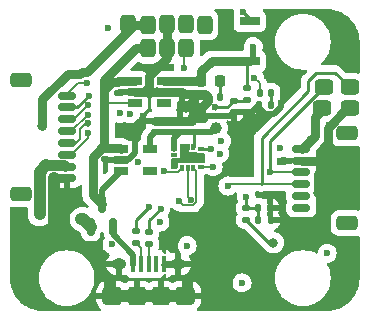
<source format=gbr>
%TF.GenerationSoftware,KiCad,Pcbnew,8.0.6*%
%TF.CreationDate,2025-01-28T20:51:35+01:00*%
%TF.ProjectId,Flight controller goated,466c6967-6874-4206-936f-6e74726f6c6c,rev?*%
%TF.SameCoordinates,Original*%
%TF.FileFunction,Copper,L1,Top*%
%TF.FilePolarity,Positive*%
%FSLAX46Y46*%
G04 Gerber Fmt 4.6, Leading zero omitted, Abs format (unit mm)*
G04 Created by KiCad (PCBNEW 8.0.6) date 2025-01-28 20:51:35*
%MOMM*%
%LPD*%
G01*
G04 APERTURE LIST*
G04 Aperture macros list*
%AMRoundRect*
0 Rectangle with rounded corners*
0 $1 Rounding radius*
0 $2 $3 $4 $5 $6 $7 $8 $9 X,Y pos of 4 corners*
0 Add a 4 corners polygon primitive as box body*
4,1,4,$2,$3,$4,$5,$6,$7,$8,$9,$2,$3,0*
0 Add four circle primitives for the rounded corners*
1,1,$1+$1,$2,$3*
1,1,$1+$1,$4,$5*
1,1,$1+$1,$6,$7*
1,1,$1+$1,$8,$9*
0 Add four rect primitives between the rounded corners*
20,1,$1+$1,$2,$3,$4,$5,0*
20,1,$1+$1,$4,$5,$6,$7,0*
20,1,$1+$1,$6,$7,$8,$9,0*
20,1,$1+$1,$8,$9,$2,$3,0*%
G04 Aperture macros list end*
%TA.AperFunction,Conductor*%
%ADD10C,0.200000*%
%TD*%
%TA.AperFunction,SMDPad,CuDef*%
%ADD11RoundRect,0.135000X-0.185000X0.135000X-0.185000X-0.135000X0.185000X-0.135000X0.185000X0.135000X0*%
%TD*%
%TA.AperFunction,SMDPad,CuDef*%
%ADD12RoundRect,0.325000X-0.325000X-0.475000X0.325000X-0.475000X0.325000X0.475000X-0.325000X0.475000X0*%
%TD*%
%TA.AperFunction,SMDPad,CuDef*%
%ADD13C,1.000000*%
%TD*%
%TA.AperFunction,SMDPad,CuDef*%
%ADD14RoundRect,0.325000X0.475000X-0.325000X0.475000X0.325000X-0.475000X0.325000X-0.475000X-0.325000X0*%
%TD*%
%TA.AperFunction,SMDPad,CuDef*%
%ADD15RoundRect,0.135000X-0.135000X-0.185000X0.135000X-0.185000X0.135000X0.185000X-0.135000X0.185000X0*%
%TD*%
%TA.AperFunction,SMDPad,CuDef*%
%ADD16RoundRect,0.150000X-0.625000X0.150000X-0.625000X-0.150000X0.625000X-0.150000X0.625000X0.150000X0*%
%TD*%
%TA.AperFunction,SMDPad,CuDef*%
%ADD17RoundRect,0.250000X-0.650000X0.350000X-0.650000X-0.350000X0.650000X-0.350000X0.650000X0.350000X0*%
%TD*%
%TA.AperFunction,SMDPad,CuDef*%
%ADD18RoundRect,0.218750X0.218750X0.256250X-0.218750X0.256250X-0.218750X-0.256250X0.218750X-0.256250X0*%
%TD*%
%TA.AperFunction,SMDPad,CuDef*%
%ADD19RoundRect,0.100000X-0.100000X-0.575000X0.100000X-0.575000X0.100000X0.575000X-0.100000X0.575000X0*%
%TD*%
%TA.AperFunction,ComponentPad*%
%ADD20O,0.890000X1.550000*%
%TD*%
%TA.AperFunction,SMDPad,CuDef*%
%ADD21RoundRect,0.250000X-0.475000X-0.525000X0.475000X-0.525000X0.475000X0.525000X-0.475000X0.525000X0*%
%TD*%
%TA.AperFunction,ComponentPad*%
%ADD22O,1.250000X0.950000*%
%TD*%
%TA.AperFunction,SMDPad,CuDef*%
%ADD23RoundRect,0.250000X-0.500000X-0.525000X0.500000X-0.525000X0.500000X0.525000X-0.500000X0.525000X0*%
%TD*%
%TA.AperFunction,SMDPad,CuDef*%
%ADD24RoundRect,0.147500X0.147500X0.172500X-0.147500X0.172500X-0.147500X-0.172500X0.147500X-0.172500X0*%
%TD*%
%TA.AperFunction,SMDPad,CuDef*%
%ADD25RoundRect,0.140000X0.140000X0.170000X-0.140000X0.170000X-0.140000X-0.170000X0.140000X-0.170000X0*%
%TD*%
%TA.AperFunction,SMDPad,CuDef*%
%ADD26RoundRect,0.135000X0.135000X0.185000X-0.135000X0.185000X-0.135000X-0.185000X0.135000X-0.185000X0*%
%TD*%
%TA.AperFunction,SMDPad,CuDef*%
%ADD27RoundRect,0.140000X0.170000X-0.140000X0.170000X0.140000X-0.170000X0.140000X-0.170000X-0.140000X0*%
%TD*%
%TA.AperFunction,SMDPad,CuDef*%
%ADD28RoundRect,0.150000X0.150000X-0.587500X0.150000X0.587500X-0.150000X0.587500X-0.150000X-0.587500X0*%
%TD*%
%TA.AperFunction,SMDPad,CuDef*%
%ADD29RoundRect,0.087500X0.207500X0.087500X-0.207500X0.087500X-0.207500X-0.087500X0.207500X-0.087500X0*%
%TD*%
%TA.AperFunction,SMDPad,CuDef*%
%ADD30RoundRect,0.087500X0.087500X0.207500X-0.087500X0.207500X-0.087500X-0.207500X0.087500X-0.207500X0*%
%TD*%
%TA.AperFunction,SMDPad,CuDef*%
%ADD31RoundRect,0.140000X-0.170000X0.140000X-0.170000X-0.140000X0.170000X-0.140000X0.170000X0.140000X0*%
%TD*%
%TA.AperFunction,SMDPad,CuDef*%
%ADD32R,1.700000X0.800000*%
%TD*%
%TA.AperFunction,SMDPad,CuDef*%
%ADD33RoundRect,0.081250X-0.528750X-0.243750X0.528750X-0.243750X0.528750X0.243750X-0.528750X0.243750X0*%
%TD*%
%TA.AperFunction,SMDPad,CuDef*%
%ADD34RoundRect,0.135000X0.185000X-0.135000X0.185000X0.135000X-0.185000X0.135000X-0.185000X-0.135000X0*%
%TD*%
%TA.AperFunction,SMDPad,CuDef*%
%ADD35RoundRect,0.150000X0.625000X-0.150000X0.625000X0.150000X-0.625000X0.150000X-0.625000X-0.150000X0*%
%TD*%
%TA.AperFunction,SMDPad,CuDef*%
%ADD36RoundRect,0.250000X0.650000X-0.350000X0.650000X0.350000X-0.650000X0.350000X-0.650000X-0.350000X0*%
%TD*%
%TA.AperFunction,ViaPad*%
%ADD37C,0.800000*%
%TD*%
%TA.AperFunction,ViaPad*%
%ADD38C,0.600000*%
%TD*%
%TA.AperFunction,Conductor*%
%ADD39C,1.000000*%
%TD*%
%TA.AperFunction,Conductor*%
%ADD40C,0.500000*%
%TD*%
%TA.AperFunction,Conductor*%
%ADD41C,0.750000*%
%TD*%
%TA.AperFunction,Conductor*%
%ADD42C,0.250000*%
%TD*%
%TA.AperFunction,Conductor*%
%ADD43C,0.900000*%
%TD*%
%ADD44C,0.350000*%
%ADD45C,0.300000*%
%ADD46O,0.500000X1.150000*%
%ADD47O,0.850000X0.550000*%
G04 APERTURE END LIST*
D10*
%TO.N,GND*%
X83300000Y-102400000D02*
X83950000Y-102400000D01*
X84150000Y-102450000D01*
X84650000Y-102450000D01*
X84650000Y-103150000D01*
X82300000Y-103150000D01*
X82300000Y-103600000D01*
X81900000Y-103600000D01*
X81900000Y-102950000D01*
X82650000Y-102950000D01*
X82650000Y-101700000D01*
X83300000Y-101700000D01*
X83300000Y-102400000D01*
%TA.AperFunction,Conductor*%
G36*
X83300000Y-102400000D02*
G01*
X83950000Y-102400000D01*
X84150000Y-102450000D01*
X84650000Y-102450000D01*
X84650000Y-103150000D01*
X82300000Y-103150000D01*
X82300000Y-103600000D01*
X81900000Y-103600000D01*
X81900000Y-102950000D01*
X82650000Y-102950000D01*
X82650000Y-101700000D01*
X83300000Y-101700000D01*
X83300000Y-102400000D01*
G37*
%TD.AperFunction*%
%TD*%
D11*
%TO.P,R6,1*%
%TO.N,usb-D-*%
X78900000Y-109040000D03*
%TO.P,R6,2*%
%TO.N,Net-(J1-D-)*%
X78900000Y-110060000D03*
%TD*%
D12*
%TO.P,S8,1,solder*%
%TO.N,UART1_TX*%
X83100000Y-91500000D03*
%TD*%
%TO.P,S9,1,solder*%
%TO.N,UART1_RX*%
X84700000Y-91550000D03*
%TD*%
D13*
%TO.P,TP1,1,1*%
%TO.N,3V3Gyro*%
X85650000Y-100300000D03*
%TD*%
D14*
%TO.P,S2,1,solder*%
%TO.N,12V*%
X94650000Y-98600000D03*
%TD*%
D15*
%TO.P,R9,1*%
%TO.N,VBAT_detect*%
X89240000Y-108100000D03*
%TO.P,R9,2*%
%TO.N,GND*%
X90260000Y-108100000D03*
%TD*%
D16*
%TO.P,J2,1,Pin_1*%
%TO.N,UART5_RX*%
X73000000Y-97550000D03*
%TO.P,J2,2,Pin_2*%
%TO.N,CURR*%
X73000000Y-98550000D03*
%TO.P,J2,3,Pin_3*%
%TO.N,M4*%
X73000000Y-99550000D03*
%TO.P,J2,4,Pin_4*%
%TO.N,M3*%
X73000000Y-100550000D03*
%TO.P,J2,5,Pin_5*%
%TO.N,M2*%
X73000000Y-101550000D03*
%TO.P,J2,6,Pin_6*%
%TO.N,M1*%
X73000000Y-102550000D03*
%TO.P,J2,7,Pin_7*%
%TO.N,VBAT*%
X73000000Y-103550000D03*
%TO.P,J2,8,Pin_8*%
%TO.N,GND*%
X73000000Y-104550000D03*
D17*
%TO.P,J2,MP*%
%TO.N,N/C*%
X69125000Y-96250000D03*
X69125000Y-105850000D03*
%TD*%
D11*
%TO.P,R3,1*%
%TO.N,3V3*%
X88250000Y-96940000D03*
%TO.P,R3,2*%
%TO.N,NRST*%
X88250000Y-97960000D03*
%TD*%
D18*
%TO.P,D3,1,K*%
%TO.N,Net-(D3-K)*%
X85975000Y-96300000D03*
%TO.P,D3,2,A*%
%TO.N,3V3*%
X84400000Y-96300000D03*
%TD*%
D19*
%TO.P,J1,1,VBUS*%
%TO.N,5Vusb*%
X78650000Y-111800000D03*
%TO.P,J1,2,D-*%
%TO.N,Net-(J1-D-)*%
X79300000Y-111800000D03*
%TO.P,J1,3,D+*%
%TO.N,Net-(J1-D+)*%
X79950000Y-111800000D03*
%TO.P,J1,4,ID*%
%TO.N,unconnected-(J1-ID-Pad4)*%
X80600000Y-111800000D03*
%TO.P,J1,5,GND*%
%TO.N,GND*%
X81250000Y-111800000D03*
D20*
%TO.P,J1,6,Shield*%
X76450000Y-114500000D03*
D21*
X76925000Y-114500000D03*
D22*
X77450000Y-111800000D03*
D23*
X78950000Y-114500000D03*
X80950000Y-114500000D03*
D22*
X82450000Y-111800000D03*
D21*
X82975000Y-114500000D03*
D20*
X83450000Y-114500000D03*
%TD*%
D24*
%TO.P,D2,1,K*%
%TO.N,Net-(D2-K)*%
X90300000Y-97300000D03*
%TO.P,D2,2,A*%
%TO.N,LED0*%
X89330000Y-97300000D03*
%TD*%
D25*
%TO.P,C18,1*%
%TO.N,GND*%
X90200000Y-107050000D03*
%TO.P,C18,2*%
%TO.N,VBAT_detect*%
X89240000Y-107050000D03*
%TD*%
D14*
%TO.P,S5,1,solder*%
%TO.N,UART2_RX*%
X96950000Y-96800000D03*
%TD*%
D12*
%TO.P,S12,1,solder*%
%TO.N,LED1*%
X83100000Y-93550000D03*
%TD*%
%TO.P,S6,1,solder*%
%TO.N,5V*%
X79900000Y-93550000D03*
%TD*%
D26*
%TO.P,R10,1*%
%TO.N,Net-(D2-K)*%
X90300000Y-98300000D03*
%TO.P,R10,2*%
%TO.N,GND*%
X89280000Y-98300000D03*
%TD*%
D27*
%TO.P,C9,1*%
%TO.N,GND*%
X76237500Y-102945000D03*
%TO.P,C9,2*%
%TO.N,5V*%
X76237500Y-101985000D03*
%TD*%
D28*
%TO.P,D1,1*%
%TO.N,5Vbuck*%
X75037500Y-108637500D03*
%TO.P,D1,2*%
%TO.N,5Vusb*%
X76937500Y-108637500D03*
%TO.P,D1,3*%
%TO.N,5V*%
X75987500Y-106762500D03*
%TD*%
D12*
%TO.P,S11,1,solder*%
%TO.N,GND*%
X81500000Y-93550000D03*
%TD*%
D26*
%TO.P,R11,1*%
%TO.N,Net-(D3-K)*%
X85987500Y-97650000D03*
%TO.P,R11,2*%
%TO.N,GND*%
X84967500Y-97650000D03*
%TD*%
D14*
%TO.P,S3,1,solder*%
%TO.N,GND*%
X96950000Y-98600000D03*
%TD*%
D29*
%TO.P,U5,1,AP_SDO/AP_AD0*%
%TO.N,SPI1_SDO*%
X84402500Y-103550000D03*
%TO.P,U5,2,RESV_2*%
%TO.N,GND*%
X84402500Y-103050000D03*
%TO.P,U5,3,RESV_3*%
X84402500Y-102550000D03*
%TO.P,U5,4,INT1/INT*%
%TO.N,INT_GYRO*%
X84402500Y-102050000D03*
D30*
%TO.P,U5,5,VDDIO*%
%TO.N,3V3Gyro*%
X83737500Y-101885000D03*
%TO.P,U5,6,GND*%
%TO.N,GND*%
X83237500Y-101885000D03*
%TO.P,U5,7,RESV_7*%
X82737500Y-101885000D03*
D29*
%TO.P,U5,8,VDD*%
%TO.N,3V3Gyro*%
X82072500Y-102050000D03*
%TO.P,U5,9,INT2/FSYNC/CLKIN*%
%TO.N,unconnected-(U5-INT2{slash}FSYNC{slash}CLKIN-Pad9)*%
X82072500Y-102550000D03*
%TO.P,U5,10,RESV_10*%
%TO.N,GND*%
X82072500Y-103050000D03*
%TO.P,U5,11,RESV_11*%
X82072500Y-103550000D03*
D30*
%TO.P,U5,12,AP_CS*%
%TO.N,CS_Gyro*%
X82737500Y-103715000D03*
%TO.P,U5,13,AP_SCL/AP_SCLK*%
%TO.N,SPI1_SCLK*%
X83237500Y-103715000D03*
%TO.P,U5,14,AP_SDA/AP_SDIO/AP_SDI*%
%TO.N,SPI1_SDI*%
X83737500Y-103715000D03*
%TD*%
D27*
%TO.P,C8,1*%
%TO.N,3V3Gyro*%
X80487500Y-100645000D03*
%TO.P,C8,2*%
%TO.N,GND*%
X80487500Y-99685000D03*
%TD*%
D12*
%TO.P,S13,1,solder*%
%TO.N,5Vbuck*%
X78200000Y-91450000D03*
%TD*%
D31*
%TO.P,C25,1*%
%TO.N,NRST*%
X87150000Y-97970000D03*
%TO.P,C25,2*%
%TO.N,GND*%
X87150000Y-98930000D03*
%TD*%
D11*
%TO.P,R5,1*%
%TO.N,usb-D+*%
X80000000Y-109090000D03*
%TO.P,R5,2*%
%TO.N,Net-(J1-D+)*%
X80000000Y-110110000D03*
%TD*%
D32*
%TO.P,S1,1*%
%TO.N,3V3*%
X88500000Y-94637500D03*
%TO.P,S1,2*%
%TO.N,BOOT*%
X88500000Y-91237500D03*
%TD*%
D31*
%TO.P,C15,1*%
%TO.N,GND*%
X83637500Y-99685000D03*
%TO.P,C15,2*%
%TO.N,3V3Gyro*%
X83637500Y-100645000D03*
%TD*%
%TO.P,C12,1*%
%TO.N,3V3*%
X82800000Y-96290000D03*
%TO.P,C12,2*%
%TO.N,GND*%
X82800000Y-97250000D03*
%TD*%
D33*
%TO.P,U4,1,VIN*%
%TO.N,5V*%
X78760000Y-96300000D03*
%TO.P,U4,2,GND*%
%TO.N,GND*%
X78760000Y-97240000D03*
%TO.P,U4,3,EN*%
%TO.N,5V*%
X78760000Y-98180000D03*
%TO.P,U4,4*%
%TO.N,N/C*%
X81250000Y-98180000D03*
%TO.P,U4,5,VOUT*%
%TO.N,3V3*%
X81250000Y-96300000D03*
%TD*%
D14*
%TO.P,S4,1,solder*%
%TO.N,UART2_TX*%
X94800000Y-96800000D03*
%TD*%
D34*
%TO.P,R8,1*%
%TO.N,VBAT*%
X88190000Y-108060000D03*
%TO.P,R8,2*%
%TO.N,VBAT_detect*%
X88190000Y-107040000D03*
%TD*%
D27*
%TO.P,C10,1*%
%TO.N,3V3Gyro*%
X81537500Y-100645000D03*
%TO.P,C10,2*%
%TO.N,GND*%
X81537500Y-99685000D03*
%TD*%
D33*
%TO.P,U3,1,VIN*%
%TO.N,5V*%
X77592500Y-102025000D03*
%TO.P,U3,2,GND*%
%TO.N,GND*%
X77592500Y-102965000D03*
%TO.P,U3,3,EN*%
%TO.N,5V*%
X77592500Y-103905000D03*
%TO.P,U3,4*%
%TO.N,N/C*%
X80082500Y-103905000D03*
%TO.P,U3,5,VOUT*%
%TO.N,3V3Gyro*%
X80082500Y-102025000D03*
%TD*%
D12*
%TO.P,S10,1,solder*%
%TO.N,5Vbuck*%
X79900000Y-91550000D03*
%TD*%
D35*
%TO.P,J3,1,Pin_1*%
%TO.N,unconnected-(J3-Pin_1-Pad1)*%
X92875000Y-107050000D03*
%TO.P,J3,2,Pin_2*%
%TO.N,unconnected-(J3-Pin_2-Pad2)*%
X92875000Y-106050000D03*
%TO.P,J3,3,Pin_3*%
%TO.N,UART2_RX*%
X92875000Y-105050000D03*
%TO.P,J3,4,Pin_4*%
%TO.N,UART2_TX*%
X92875000Y-104050000D03*
%TO.P,J3,5,Pin_5*%
%TO.N,GND*%
X92875000Y-103050000D03*
%TO.P,J3,6,Pin_6*%
%TO.N,12V*%
X92875000Y-102050000D03*
D36*
%TO.P,J3,MP*%
%TO.N,N/C*%
X96750000Y-108350000D03*
X96750000Y-100750000D03*
%TD*%
D12*
%TO.P,S7,1,solder*%
%TO.N,GND*%
X81500000Y-91500000D03*
%TD*%
D27*
%TO.P,C14,1*%
%TO.N,3V3Gyro*%
X82587500Y-100645000D03*
%TO.P,C14,2*%
%TO.N,GND*%
X82587500Y-99685000D03*
%TD*%
%TO.P,C7,1*%
%TO.N,GND*%
X77305000Y-97340000D03*
%TO.P,C7,2*%
%TO.N,5V*%
X77305000Y-96380000D03*
%TD*%
D37*
%TO.N,GND*%
X80650000Y-97250000D03*
D38*
X83275000Y-102650000D03*
X91150000Y-98200000D03*
X85350000Y-107750000D03*
D37*
X77750000Y-100600000D03*
X71904310Y-104550000D03*
D38*
X86250000Y-92600000D03*
D37*
X71450000Y-109300000D03*
X94299327Y-105797501D03*
%TO.N,VBAT*%
X70700000Y-107600000D03*
X90500000Y-110000000D03*
%TO.N,5Vbuck*%
X70950000Y-100150000D03*
X74250000Y-108000000D03*
D38*
%TO.N,3V3*%
X80900000Y-108250000D03*
X87850000Y-113400000D03*
X83200000Y-110250000D03*
X76500000Y-91850000D03*
X91050000Y-102000000D03*
X88800000Y-93400000D03*
%TO.N,VBAT_detect*%
X85950000Y-102450000D03*
X88200000Y-106100000D03*
%TO.N,NRST*%
X85550000Y-98550000D03*
%TO.N,LED0*%
X88900000Y-96050000D03*
%TO.N,M3*%
X74800000Y-99150000D03*
%TO.N,M1*%
X74800000Y-100700000D03*
%TO.N,M2*%
X74800000Y-99900000D03*
%TO.N,CURR*%
X74850000Y-97550000D03*
X86100000Y-101400000D03*
%TO.N,UART5_RX*%
X74750000Y-96460000D03*
%TO.N,M4*%
X74800000Y-98350000D03*
%TO.N,UART2_RX*%
X86650000Y-105200000D03*
%TO.N,UART2_TX*%
X90200000Y-104050000D03*
%TO.N,usb-D-*%
X77550000Y-99050000D03*
X80000000Y-107000000D03*
%TO.N,usb-D+*%
X78400000Y-99100000D03*
X80950000Y-107150000D03*
%TO.N,BOOT*%
X87950000Y-90500000D03*
%TO.N,UART1_TX*%
X83100000Y-91500000D03*
%TO.N,UART1_RX*%
X84700000Y-91550000D03*
%TO.N,SPI2_SDO*%
X76840452Y-110150000D03*
X79000000Y-103150000D03*
%TO.N,INT_GYRO*%
X85200000Y-102100000D03*
%TO.N,CS_Gyro*%
X81200000Y-103900000D03*
%TO.N,SPI1_SCLK*%
X83500000Y-106350000D03*
%TO.N,SPI1_SDI*%
X82550000Y-106500000D03*
%TO.N,SPI1_SDO*%
X85400000Y-103550000D03*
D37*
%TO.N,12V*%
X93700000Y-101300000D03*
D38*
X95050000Y-110900000D03*
%TO.N,LED1*%
X82900000Y-95200000D03*
%TD*%
D39*
%TO.N,GND*%
X71450000Y-109300000D02*
X71904310Y-108845690D01*
X71904310Y-108845690D02*
X71904310Y-104550000D01*
D40*
X77405000Y-97240000D02*
X77305000Y-97340000D01*
D41*
X80000000Y-96790000D02*
X79550000Y-97240000D01*
D40*
X89750000Y-99100000D02*
X90550000Y-99100000D01*
D41*
X96950000Y-98600000D02*
X96750000Y-98600000D01*
D40*
X89280000Y-98630000D02*
X89750000Y-99100000D01*
X78800000Y-102367499D02*
X78800000Y-101100000D01*
X83637500Y-99685000D02*
X84072500Y-99250000D01*
D41*
X82950000Y-97400000D02*
X84717500Y-97400000D01*
X79550000Y-97240000D02*
X78760000Y-97240000D01*
D40*
X78202499Y-102965000D02*
X78800000Y-102367499D01*
D39*
X76925000Y-114550000D02*
X82975000Y-114550000D01*
D41*
X71904310Y-104550000D02*
X72900000Y-104550000D01*
X84967500Y-97650000D02*
X84967500Y-97969999D01*
X79550000Y-97240000D02*
X79560000Y-97250000D01*
D40*
X78250000Y-101100000D02*
X78800000Y-101100000D01*
D41*
X83637500Y-99685000D02*
X83637500Y-99299999D01*
X79560000Y-97250000D02*
X80650000Y-97250000D01*
D40*
X79215000Y-99685000D02*
X80487500Y-99685000D01*
D41*
X81500000Y-93550000D02*
X81500000Y-94350000D01*
D40*
X81250000Y-111850000D02*
X82450000Y-111850000D01*
X90550000Y-99100000D02*
X91150000Y-98500000D01*
X78760000Y-97240000D02*
X77405000Y-97240000D01*
X77592500Y-102965000D02*
X78202499Y-102965000D01*
D41*
X80487500Y-99685000D02*
X83637500Y-99685000D01*
X94299327Y-104200673D02*
X94299327Y-105797501D01*
X84717500Y-97400000D02*
X84967500Y-97650000D01*
X81500000Y-94350000D02*
X80000000Y-95850000D01*
D40*
X78800000Y-101100000D02*
X78800000Y-100100000D01*
X78800000Y-100100000D02*
X79215000Y-99685000D01*
D41*
X95100000Y-103400000D02*
X94299327Y-104200673D01*
D40*
X77750000Y-100600000D02*
X78250000Y-101100000D01*
D41*
X83637500Y-99299999D02*
X84967500Y-97969999D01*
D42*
X90200000Y-107050000D02*
X90200000Y-108040000D01*
D40*
X87150000Y-98930000D02*
X88650000Y-98930000D01*
D41*
X82800000Y-97250000D02*
X82950000Y-97400000D01*
X80650000Y-97250000D02*
X82800000Y-97250000D01*
D40*
X86830000Y-99250000D02*
X87150000Y-98930000D01*
X91150000Y-98500000D02*
X91150000Y-98200000D01*
X77592500Y-102965000D02*
X76257500Y-102965000D01*
X89280000Y-98300000D02*
X89280000Y-98630000D01*
D41*
X94750000Y-103050000D02*
X92950000Y-103050000D01*
D42*
X90200000Y-108040000D02*
X90260000Y-108100000D01*
D41*
X80000000Y-95850000D02*
X80000000Y-96790000D01*
X96750000Y-98600000D02*
X95100000Y-100250000D01*
D40*
X76257500Y-102965000D02*
X76237500Y-102945000D01*
D41*
X95100000Y-100250000D02*
X95100000Y-103400000D01*
D40*
X88650000Y-98930000D02*
X89280000Y-98300000D01*
X84072500Y-99250000D02*
X86830000Y-99250000D01*
D41*
X81500000Y-93550000D02*
X81500000Y-91500000D01*
D42*
%TO.N,VBAT*%
X90130000Y-110000000D02*
X88190000Y-108060000D01*
D41*
X72810000Y-103460000D02*
X72900000Y-103550000D01*
D42*
X90500000Y-110000000D02*
X90130000Y-110000000D01*
D39*
X70700000Y-104000000D02*
X71240000Y-103460000D01*
D43*
X71240000Y-103460000D02*
X72810000Y-103460000D01*
D39*
X70700000Y-107600000D02*
X70700000Y-104000000D01*
D41*
%TO.N,5Vbuck*%
X70950000Y-97850000D02*
X70950000Y-100150000D01*
D39*
X74250000Y-108000000D02*
X74400000Y-108000000D01*
X74400000Y-108000000D02*
X75037500Y-108637500D01*
D41*
X79900000Y-91550000D02*
X78700000Y-91550000D01*
X74700000Y-95550000D02*
X74300000Y-95550000D01*
X73074703Y-95725297D02*
X70950000Y-97850000D01*
X78700000Y-91550000D02*
X74700000Y-95550000D01*
X74124703Y-95725297D02*
X73074703Y-95725297D01*
X74300000Y-95550000D02*
X74124703Y-95725297D01*
%TO.N,5V*%
X75200000Y-102750000D02*
X76200000Y-101750000D01*
X77385000Y-96300000D02*
X78760000Y-96300000D01*
X76200000Y-98900000D02*
X76200000Y-97050000D01*
D10*
X76200000Y-98180000D02*
X78760000Y-98180000D01*
D41*
X76200000Y-97050000D02*
X76870000Y-96380000D01*
X75965000Y-101985000D02*
X76237500Y-101985000D01*
D40*
X75987500Y-105510000D02*
X77592500Y-103905000D01*
D41*
X75200000Y-105975000D02*
X75200000Y-102750000D01*
X75987500Y-106762500D02*
X75200000Y-105975000D01*
X75200000Y-102750000D02*
X75965000Y-101985000D01*
X77552500Y-101985000D02*
X77592500Y-102025000D01*
X76200000Y-97050000D02*
X76200000Y-96200000D01*
D40*
X75987500Y-106762500D02*
X75987500Y-105510000D01*
D41*
X76200000Y-96200000D02*
X78850000Y-93550000D01*
X76870000Y-96380000D02*
X77305000Y-96380000D01*
X76200000Y-101750000D02*
X76200000Y-98900000D01*
X77305000Y-96380000D02*
X77385000Y-96300000D01*
X76237500Y-101985000D02*
X77552500Y-101985000D01*
X78850000Y-93550000D02*
X79900000Y-93550000D01*
D40*
%TO.N,3V3Gyro*%
X85305000Y-100645000D02*
X85650000Y-100300000D01*
X82587500Y-100645000D02*
X82072500Y-101160000D01*
X80082500Y-102025000D02*
X80082500Y-101050000D01*
D42*
X83750000Y-101872500D02*
X83737500Y-101885000D01*
X83637500Y-100645000D02*
X83750000Y-100757500D01*
D40*
X80082500Y-101050000D02*
X80487500Y-100645000D01*
D42*
X83750000Y-100757500D02*
X83750000Y-101872500D01*
D40*
X80487500Y-100645000D02*
X83637500Y-100645000D01*
X83637500Y-100645000D02*
X85305000Y-100645000D01*
X82072500Y-101160000D02*
X82072500Y-102035000D01*
D41*
%TO.N,3V3*%
X84400000Y-95500000D02*
X85262500Y-94637500D01*
D42*
X88250000Y-96940000D02*
X88250000Y-94887500D01*
D40*
X88800000Y-93400000D02*
X88800000Y-94337500D01*
D41*
X84400000Y-96300000D02*
X84400000Y-95500000D01*
D42*
X88250000Y-94887500D02*
X88500000Y-94637500D01*
D41*
X82790000Y-96300000D02*
X82800000Y-96290000D01*
X81250000Y-96300000D02*
X82790000Y-96300000D01*
X82800000Y-96290000D02*
X84390000Y-96290000D01*
D40*
X88800000Y-94337500D02*
X88500000Y-94637500D01*
D41*
X85262500Y-94637500D02*
X88500000Y-94637500D01*
X84390000Y-96290000D02*
X84400000Y-96300000D01*
D42*
%TO.N,VBAT_detect*%
X89240000Y-107050000D02*
X89240000Y-108100000D01*
X88190000Y-106110000D02*
X88200000Y-106100000D01*
X88190000Y-107040000D02*
X88190000Y-106110000D01*
X88190000Y-107040000D02*
X89230000Y-107040000D01*
X89230000Y-107040000D02*
X89240000Y-107050000D01*
%TO.N,NRST*%
X86570000Y-98550000D02*
X87150000Y-97970000D01*
X87150000Y-97970000D02*
X88240000Y-97970000D01*
X85550000Y-98550000D02*
X86570000Y-98550000D01*
X85550000Y-98550000D02*
X85550000Y-98695926D01*
X88240000Y-97970000D02*
X88250000Y-97960000D01*
D40*
%TO.N,5Vusb*%
X78650000Y-111000000D02*
X76937500Y-109287500D01*
X78650000Y-111850000D02*
X78650000Y-111000000D01*
X76937500Y-109287500D02*
X76937500Y-108637500D01*
D42*
%TO.N,Net-(D2-K)*%
X90300000Y-98300000D02*
X90300000Y-97300000D01*
D10*
%TO.N,LED0*%
X89330000Y-96480000D02*
X88900000Y-96050000D01*
X89330000Y-97300000D02*
X89330000Y-96480000D01*
D42*
%TO.N,Net-(D3-K)*%
X85975000Y-96300000D02*
X85975000Y-97637500D01*
X85975000Y-97637500D02*
X85987500Y-97650000D01*
D10*
%TO.N,Net-(J1-D+)*%
X79950000Y-111850000D02*
X79950000Y-110160000D01*
X79950000Y-110160000D02*
X80000000Y-110110000D01*
%TO.N,Net-(J1-D-)*%
X79300000Y-111850000D02*
X79300000Y-110460000D01*
X79300000Y-110460000D02*
X78900000Y-110060000D01*
%TO.N,M3*%
X74800000Y-99150000D02*
X73400000Y-100550000D01*
X73400000Y-100550000D02*
X72900000Y-100550000D01*
%TO.N,M1*%
X74800000Y-100700000D02*
X74800000Y-101150000D01*
X74800000Y-101150000D02*
X73400000Y-102550000D01*
X73400000Y-102550000D02*
X72900000Y-102550000D01*
%TO.N,M2*%
X74600000Y-99900000D02*
X74800000Y-99900000D01*
X73750000Y-101550000D02*
X74100000Y-101200000D01*
X73350000Y-101550000D02*
X72900000Y-101550000D01*
X74100000Y-101200000D02*
X74100000Y-100400000D01*
X74100000Y-100400000D02*
X74600000Y-99900000D01*
X74800000Y-99900000D02*
X74800000Y-100100000D01*
X73000000Y-101550000D02*
X73750000Y-101550000D01*
D42*
%TO.N,CURR*%
X74850000Y-97550000D02*
X73850000Y-98550000D01*
X73850000Y-98550000D02*
X72900000Y-98550000D01*
D10*
%TO.N,UART5_RX*%
X73990000Y-96460000D02*
X72900000Y-97550000D01*
X74750000Y-96460000D02*
X73990000Y-96460000D01*
%TO.N,M4*%
X74800000Y-98350000D02*
X73600000Y-99550000D01*
X73600000Y-99550000D02*
X72900000Y-99550000D01*
D42*
%TO.N,UART2_RX*%
X89500000Y-105000000D02*
X89500000Y-101100000D01*
X93450000Y-97150000D02*
X93450000Y-96300000D01*
X95750000Y-95600000D02*
X96950000Y-96800000D01*
X93450000Y-96300000D02*
X94150000Y-95600000D01*
X89450000Y-105050000D02*
X89500000Y-105000000D01*
X89500000Y-101100000D02*
X93450000Y-97150000D01*
D10*
X86800000Y-105050000D02*
X86650000Y-105200000D01*
X89450000Y-105050000D02*
X86800000Y-105050000D01*
X89450000Y-105050000D02*
X92950000Y-105050000D01*
D42*
X94150000Y-95600000D02*
X95750000Y-95600000D01*
%TO.N,UART2_TX*%
X90200000Y-104050000D02*
X90200000Y-101400000D01*
D10*
X90200000Y-104050000D02*
X92950000Y-104050000D01*
D42*
X90200000Y-101400000D02*
X94800000Y-96800000D01*
%TO.N,usb-D-*%
X78900000Y-109040000D02*
X78900000Y-108100000D01*
X78900000Y-108100000D02*
X80000000Y-107000000D01*
%TO.N,usb-D+*%
X80000000Y-109090000D02*
X80000000Y-108100000D01*
X80000000Y-108100000D02*
X80950000Y-107150000D01*
%TO.N,BOOT*%
X88500000Y-91050000D02*
X88500000Y-91237500D01*
X87950000Y-90500000D02*
X88500000Y-91050000D01*
%TO.N,INT_GYRO*%
X84452500Y-102100000D02*
X84402500Y-102050000D01*
X85200000Y-102100000D02*
X84452500Y-102100000D01*
D10*
%TO.N,CS_Gyro*%
X81200000Y-103900000D02*
X81300000Y-104000000D01*
X82452500Y-104000000D02*
X82737500Y-103715000D01*
X81300000Y-104000000D02*
X82452500Y-104000000D01*
%TO.N,SPI1_SCLK*%
X83250000Y-106100000D02*
X83250000Y-103727500D01*
X83250000Y-103727500D02*
X83237500Y-103715000D01*
X83500000Y-106350000D02*
X83250000Y-106100000D01*
%TO.N,SPI1_SDI*%
X83737500Y-103715000D02*
X83990000Y-103967500D01*
X83990000Y-106560000D02*
X83710000Y-106840000D01*
X82890000Y-106840000D02*
X82550000Y-106500000D01*
X83990000Y-103967500D02*
X83990000Y-106560000D01*
X83710000Y-106840000D02*
X82890000Y-106840000D01*
%TO.N,SPI1_SDO*%
X85400000Y-103550000D02*
X84402500Y-103550000D01*
D41*
%TO.N,12V*%
X93700000Y-101300000D02*
X92950000Y-102050000D01*
X93700000Y-101300000D02*
X94050000Y-100950000D01*
X94050000Y-100950000D02*
X94050000Y-99350000D01*
X94050000Y-99350000D02*
X94800000Y-98600000D01*
D10*
%TO.N,LED1*%
X82900000Y-95200000D02*
X82900000Y-93750000D01*
X82900000Y-93750000D02*
X83100000Y-93550000D01*
%TD*%
%TA.AperFunction,Conductor*%
%TO.N,GND*%
G36*
X89472539Y-98140185D02*
G01*
X89518294Y-98192989D01*
X89529500Y-98244500D01*
X89529500Y-98549170D01*
X89529501Y-98549182D01*
X89529618Y-98550663D01*
X89530000Y-98560393D01*
X89530000Y-99112844D01*
X89669194Y-99072405D01*
X89669196Y-99072404D01*
X89726386Y-99038582D01*
X89794109Y-99021398D01*
X89852629Y-99038581D01*
X89910607Y-99072869D01*
X89938677Y-99081024D01*
X90064791Y-99117664D01*
X90064794Y-99117664D01*
X90064796Y-99117665D01*
X90100819Y-99120500D01*
X90295546Y-99120499D01*
X90362585Y-99140183D01*
X90408340Y-99192987D01*
X90418284Y-99262145D01*
X90389259Y-99325701D01*
X90383227Y-99332180D01*
X89415409Y-100300000D01*
X89101269Y-100614140D01*
X89101267Y-100614142D01*
X89057704Y-100657704D01*
X89014142Y-100701266D01*
X88987942Y-100740478D01*
X88987941Y-100740479D01*
X88945690Y-100803709D01*
X88945685Y-100803718D01*
X88916368Y-100874499D01*
X88916368Y-100874501D01*
X88898538Y-100917543D01*
X88898536Y-100917552D01*
X88898308Y-100918700D01*
X88898305Y-100918716D01*
X88874935Y-101036209D01*
X88874931Y-101036225D01*
X88874500Y-101038387D01*
X88874500Y-104325500D01*
X88854815Y-104392539D01*
X88802011Y-104438294D01*
X88750500Y-104449500D01*
X86949972Y-104449500D01*
X86909017Y-104442542D01*
X86829254Y-104414631D01*
X86829249Y-104414630D01*
X86650004Y-104394435D01*
X86649996Y-104394435D01*
X86470750Y-104414630D01*
X86470745Y-104414631D01*
X86300476Y-104474211D01*
X86147737Y-104570184D01*
X86020184Y-104697737D01*
X85924211Y-104850476D01*
X85864631Y-105020745D01*
X85864630Y-105020750D01*
X85844435Y-105199996D01*
X85844435Y-105200003D01*
X85864630Y-105379249D01*
X85864631Y-105379254D01*
X85924211Y-105549523D01*
X85987660Y-105650500D01*
X86020184Y-105702262D01*
X86147738Y-105829816D01*
X86238080Y-105886582D01*
X86292450Y-105920745D01*
X86300478Y-105925789D01*
X86470745Y-105985368D01*
X86470750Y-105985369D01*
X86649996Y-106005565D01*
X86650000Y-106005565D01*
X86650004Y-106005565D01*
X86829249Y-105985369D01*
X86829252Y-105985368D01*
X86829255Y-105985368D01*
X86999522Y-105925789D01*
X87152262Y-105829816D01*
X87220645Y-105761432D01*
X87281964Y-105727950D01*
X87351656Y-105732934D01*
X87407590Y-105774805D01*
X87432007Y-105840269D01*
X87425365Y-105890070D01*
X87414632Y-105920742D01*
X87414630Y-105920750D01*
X87394435Y-106099996D01*
X87394435Y-106100003D01*
X87414630Y-106279249D01*
X87414633Y-106279262D01*
X87476510Y-106456094D01*
X87474714Y-106456722D01*
X87484519Y-106516319D01*
X87468182Y-106564281D01*
X87417132Y-106650604D01*
X87417129Y-106650611D01*
X87372335Y-106804791D01*
X87372334Y-106804797D01*
X87369500Y-106840811D01*
X87369500Y-107239169D01*
X87369501Y-107239191D01*
X87372335Y-107275205D01*
X87417129Y-107429388D01*
X87417132Y-107429395D01*
X87451128Y-107486881D01*
X87468309Y-107554605D01*
X87451128Y-107613119D01*
X87417132Y-107670604D01*
X87417129Y-107670611D01*
X87372335Y-107824791D01*
X87372334Y-107824797D01*
X87369500Y-107860811D01*
X87369500Y-108259169D01*
X87369501Y-108259191D01*
X87372335Y-108295205D01*
X87417129Y-108449388D01*
X87417131Y-108449393D01*
X87498863Y-108587595D01*
X87498869Y-108587603D01*
X87612396Y-108701130D01*
X87612400Y-108701133D01*
X87612402Y-108701135D01*
X87750607Y-108782869D01*
X87777668Y-108790731D01*
X87904791Y-108827664D01*
X87904794Y-108827664D01*
X87904796Y-108827665D01*
X87940819Y-108830500D01*
X88024547Y-108830499D01*
X88091585Y-108850183D01*
X88112228Y-108866818D01*
X89641016Y-110395606D01*
X89641045Y-110395637D01*
X89731263Y-110485855D01*
X89731760Y-110486263D01*
X89732258Y-110486850D01*
X89735574Y-110490166D01*
X89735302Y-110490437D01*
X89760478Y-110520111D01*
X89767467Y-110532216D01*
X89894129Y-110672888D01*
X90047265Y-110784148D01*
X90047270Y-110784151D01*
X90220192Y-110861142D01*
X90220197Y-110861144D01*
X90405354Y-110900500D01*
X90405355Y-110900500D01*
X90594644Y-110900500D01*
X90594646Y-110900500D01*
X90779803Y-110861144D01*
X90952730Y-110784151D01*
X91105871Y-110672888D01*
X91232533Y-110532216D01*
X91327179Y-110368284D01*
X91385674Y-110188256D01*
X91405460Y-110000000D01*
X91385674Y-109811744D01*
X91327179Y-109631716D01*
X91232533Y-109467784D01*
X91105871Y-109327112D01*
X91105870Y-109327111D01*
X90952734Y-109215851D01*
X90952729Y-109215848D01*
X90779807Y-109138857D01*
X90779802Y-109138855D01*
X90657619Y-109112885D01*
X90596137Y-109079693D01*
X90562361Y-109018530D01*
X90567013Y-108948815D01*
X90608618Y-108892683D01*
X90642176Y-108875845D01*
X90642030Y-108875506D01*
X90648016Y-108872915D01*
X90648810Y-108872517D01*
X90649193Y-108872405D01*
X90787285Y-108790738D01*
X90787294Y-108790731D01*
X90900731Y-108677294D01*
X90900738Y-108677285D01*
X90982406Y-108539191D01*
X90982407Y-108539188D01*
X91027166Y-108385128D01*
X91027167Y-108385122D01*
X91029931Y-108350000D01*
X90134500Y-108350000D01*
X90067461Y-108330315D01*
X90021706Y-108277511D01*
X90010500Y-108226000D01*
X90010499Y-107850830D01*
X90010498Y-107850808D01*
X90010434Y-107850000D01*
X90510000Y-107850000D01*
X91029931Y-107850000D01*
X91027167Y-107814877D01*
X91027166Y-107814871D01*
X90982407Y-107660811D01*
X90982406Y-107660808D01*
X90939346Y-107587997D01*
X90922163Y-107520273D01*
X90930415Y-107483849D01*
X90929855Y-107483687D01*
X90977145Y-107320910D01*
X90978790Y-107300000D01*
X90510000Y-107300000D01*
X90510000Y-107850000D01*
X90010434Y-107850000D01*
X90007665Y-107814796D01*
X89962869Y-107660607D01*
X89962867Y-107660604D01*
X89960196Y-107654429D01*
X89950000Y-107605188D01*
X89950000Y-107548352D01*
X89967269Y-107485229D01*
X89972494Y-107476395D01*
X90015243Y-107329254D01*
X90017642Y-107320997D01*
X90017643Y-107320991D01*
X90020500Y-107284690D01*
X90020500Y-106815310D01*
X90017643Y-106779007D01*
X89980301Y-106650478D01*
X89972495Y-106623608D01*
X89972492Y-106623600D01*
X89967266Y-106614763D01*
X89950000Y-106551645D01*
X89950000Y-106245494D01*
X90450000Y-106245494D01*
X90450000Y-106800000D01*
X90978790Y-106800000D01*
X90977145Y-106779089D01*
X90932031Y-106623804D01*
X90849721Y-106484625D01*
X90849714Y-106484616D01*
X90735383Y-106370285D01*
X90735374Y-106370278D01*
X90596193Y-106287967D01*
X90596190Y-106287965D01*
X90450001Y-106245493D01*
X90450000Y-106245494D01*
X89950000Y-106245494D01*
X89949998Y-106245493D01*
X89803809Y-106287965D01*
X89803806Y-106287967D01*
X89783608Y-106299912D01*
X89715884Y-106317092D01*
X89657370Y-106299910D01*
X89636397Y-106287507D01*
X89636390Y-106287504D01*
X89480997Y-106242357D01*
X89480991Y-106242356D01*
X89444697Y-106239500D01*
X89444690Y-106239500D01*
X89128603Y-106239500D01*
X89061564Y-106219815D01*
X89015809Y-106167011D01*
X89006236Y-106106964D01*
X89005565Y-106106964D01*
X89005565Y-106102754D01*
X89005383Y-106101613D01*
X89005565Y-106100003D01*
X89005565Y-106100000D01*
X89002458Y-106072426D01*
X88985369Y-105920750D01*
X88985366Y-105920737D01*
X88948526Y-105815455D01*
X88944964Y-105745676D01*
X88979692Y-105685049D01*
X89041686Y-105652821D01*
X89065567Y-105650500D01*
X89250495Y-105650500D01*
X89274686Y-105652883D01*
X89388388Y-105675499D01*
X89388392Y-105675500D01*
X89388393Y-105675500D01*
X89511608Y-105675500D01*
X89511609Y-105675499D01*
X89551100Y-105667644D01*
X89625314Y-105652883D01*
X89649505Y-105650500D01*
X91480539Y-105650500D01*
X91547578Y-105670185D01*
X91593333Y-105722989D01*
X91603277Y-105792147D01*
X91602520Y-105796785D01*
X91602401Y-105797431D01*
X91599500Y-105834298D01*
X91599500Y-106265701D01*
X91602401Y-106302567D01*
X91602402Y-106302573D01*
X91648253Y-106460393D01*
X91663918Y-106486881D01*
X91681098Y-106554606D01*
X91663918Y-106613119D01*
X91648253Y-106639606D01*
X91602402Y-106797426D01*
X91602401Y-106797432D01*
X91599500Y-106834298D01*
X91599500Y-107265701D01*
X91602401Y-107302567D01*
X91602402Y-107302573D01*
X91648254Y-107460393D01*
X91648255Y-107460396D01*
X91731917Y-107601862D01*
X91731923Y-107601870D01*
X91848129Y-107718076D01*
X91848133Y-107718079D01*
X91848135Y-107718081D01*
X91989602Y-107801744D01*
X91996376Y-107803712D01*
X92147426Y-107847597D01*
X92147429Y-107847597D01*
X92147431Y-107847598D01*
X92184306Y-107850500D01*
X92184314Y-107850500D01*
X93565686Y-107850500D01*
X93565694Y-107850500D01*
X93602569Y-107847598D01*
X93602571Y-107847597D01*
X93602573Y-107847597D01*
X93644191Y-107835505D01*
X93760398Y-107801744D01*
X93901865Y-107718081D01*
X94018081Y-107601865D01*
X94101744Y-107460398D01*
X94142383Y-107320519D01*
X94147597Y-107302573D01*
X94147598Y-107302567D01*
X94148765Y-107287736D01*
X94150500Y-107265694D01*
X94150500Y-106834306D01*
X94147598Y-106797431D01*
X94142245Y-106779007D01*
X94101745Y-106639606D01*
X94101744Y-106639602D01*
X94101420Y-106639054D01*
X94086084Y-106613122D01*
X94068900Y-106545399D01*
X94086084Y-106486878D01*
X94101742Y-106460401D01*
X94101744Y-106460398D01*
X94147598Y-106302569D01*
X94150500Y-106265694D01*
X94150500Y-105834306D01*
X94147598Y-105797431D01*
X94147410Y-105796785D01*
X94110629Y-105670185D01*
X94101744Y-105639602D01*
X94086084Y-105613122D01*
X94068900Y-105545399D01*
X94086084Y-105486878D01*
X94101742Y-105460401D01*
X94101744Y-105460398D01*
X94147598Y-105302569D01*
X94150500Y-105265694D01*
X94150500Y-104834306D01*
X94147598Y-104797431D01*
X94138704Y-104766819D01*
X94101745Y-104639606D01*
X94101744Y-104639602D01*
X94093404Y-104625500D01*
X94086084Y-104613122D01*
X94068900Y-104545399D01*
X94086084Y-104486878D01*
X94101742Y-104460401D01*
X94101744Y-104460398D01*
X94147598Y-104302569D01*
X94150500Y-104265694D01*
X94150500Y-103834306D01*
X94147598Y-103797431D01*
X94138377Y-103765694D01*
X94101745Y-103639606D01*
X94101745Y-103639605D01*
X94101744Y-103639604D01*
X94101744Y-103639602D01*
X94085791Y-103612628D01*
X94068611Y-103544905D01*
X94085794Y-103486386D01*
X94101281Y-103460199D01*
X94147100Y-103302486D01*
X94147295Y-103300001D01*
X94147295Y-103300000D01*
X93784050Y-103300000D01*
X93749455Y-103295076D01*
X93602573Y-103252402D01*
X93602567Y-103252401D01*
X93565701Y-103249500D01*
X93565694Y-103249500D01*
X92184306Y-103249500D01*
X92184298Y-103249500D01*
X92147432Y-103252401D01*
X92147426Y-103252402D01*
X92000545Y-103295076D01*
X91965950Y-103300000D01*
X91602705Y-103300000D01*
X91602704Y-103300001D01*
X91602900Y-103302496D01*
X91603033Y-103303223D01*
X91602989Y-103303633D01*
X91603397Y-103308809D01*
X91602436Y-103308884D01*
X91595713Y-103372708D01*
X91551989Y-103427205D01*
X91485742Y-103449411D01*
X91481051Y-103449500D01*
X90949500Y-103449500D01*
X90882461Y-103429815D01*
X90836706Y-103377011D01*
X90825500Y-103325500D01*
X90825500Y-102919026D01*
X90845185Y-102851987D01*
X90897989Y-102806232D01*
X90963384Y-102795806D01*
X91049997Y-102805565D01*
X91050000Y-102805565D01*
X91050004Y-102805565D01*
X91229249Y-102785369D01*
X91229252Y-102785368D01*
X91229255Y-102785368D01*
X91399522Y-102725789D01*
X91401340Y-102724646D01*
X91410466Y-102718913D01*
X91477702Y-102699911D01*
X91544538Y-102720277D01*
X91589753Y-102773544D01*
X91592373Y-102788823D01*
X91602705Y-102800000D01*
X91965950Y-102800000D01*
X92000545Y-102804924D01*
X92147426Y-102847597D01*
X92147429Y-102847597D01*
X92147431Y-102847598D01*
X92184306Y-102850500D01*
X92570121Y-102850500D01*
X92617573Y-102859938D01*
X92694626Y-102891855D01*
X92831224Y-102919026D01*
X92863766Y-102925499D01*
X92863769Y-102925500D01*
X92863771Y-102925500D01*
X93036231Y-102925500D01*
X93036232Y-102925499D01*
X93205374Y-102891855D01*
X93282426Y-102859938D01*
X93329879Y-102850500D01*
X93565686Y-102850500D01*
X93565694Y-102850500D01*
X93602569Y-102847598D01*
X93602571Y-102847597D01*
X93602573Y-102847597D01*
X93749455Y-102804924D01*
X93784050Y-102800000D01*
X94147295Y-102800000D01*
X94147295Y-102799998D01*
X94147100Y-102797511D01*
X94147099Y-102797505D01*
X94101283Y-102639806D01*
X94101282Y-102639803D01*
X94085792Y-102613610D01*
X94068611Y-102545886D01*
X94085793Y-102487369D01*
X94101744Y-102460398D01*
X94147598Y-102302569D01*
X94150500Y-102265694D01*
X94150500Y-102148952D01*
X94170185Y-102081913D01*
X94201615Y-102048634D01*
X94305867Y-101972891D01*
X94305867Y-101972890D01*
X94305871Y-101972888D01*
X94432533Y-101832216D01*
X94449649Y-101802569D01*
X94460714Y-101783405D01*
X94480416Y-101757726D01*
X94730045Y-101508099D01*
X94825858Y-101364705D01*
X94891855Y-101205374D01*
X94921845Y-101054606D01*
X94925500Y-101036232D01*
X94925500Y-99874500D01*
X94945185Y-99807461D01*
X94997989Y-99761706D01*
X95049500Y-99750500D01*
X95196782Y-99750500D01*
X95196784Y-99750500D01*
X95237100Y-99747766D01*
X95407661Y-99705350D01*
X95477467Y-99708274D01*
X95534613Y-99748475D01*
X95560953Y-99813189D01*
X95548124Y-99881871D01*
X95525267Y-99913364D01*
X95507289Y-99931342D01*
X95415187Y-100080663D01*
X95415185Y-100080668D01*
X95407497Y-100103870D01*
X95360001Y-100247203D01*
X95360001Y-100247204D01*
X95360000Y-100247204D01*
X95349500Y-100349983D01*
X95349500Y-101150001D01*
X95349501Y-101150019D01*
X95360000Y-101252796D01*
X95360001Y-101252799D01*
X95397626Y-101366341D01*
X95415186Y-101419334D01*
X95507288Y-101568656D01*
X95631344Y-101692712D01*
X95780666Y-101784814D01*
X95947203Y-101839999D01*
X96049991Y-101850500D01*
X97450008Y-101850499D01*
X97552797Y-101839999D01*
X97636498Y-101812262D01*
X97706323Y-101809861D01*
X97766365Y-101845592D01*
X97797558Y-101908112D01*
X97799500Y-101929969D01*
X97799500Y-107170030D01*
X97779815Y-107237069D01*
X97727011Y-107282824D01*
X97657853Y-107292768D01*
X97636497Y-107287736D01*
X97552799Y-107260001D01*
X97552795Y-107260000D01*
X97450010Y-107249500D01*
X96049998Y-107249500D01*
X96049981Y-107249501D01*
X95947203Y-107260000D01*
X95947200Y-107260001D01*
X95780668Y-107315185D01*
X95780663Y-107315187D01*
X95631342Y-107407289D01*
X95507289Y-107531342D01*
X95415187Y-107680663D01*
X95415185Y-107680668D01*
X95400495Y-107725000D01*
X95360001Y-107847203D01*
X95360001Y-107847204D01*
X95360000Y-107847204D01*
X95349500Y-107949983D01*
X95349500Y-108750001D01*
X95349501Y-108750019D01*
X95360000Y-108852796D01*
X95360001Y-108852799D01*
X95409319Y-109001628D01*
X95415186Y-109019334D01*
X95507288Y-109168656D01*
X95631344Y-109292712D01*
X95780666Y-109384814D01*
X95947203Y-109439999D01*
X96049991Y-109450500D01*
X97450008Y-109450499D01*
X97552797Y-109439999D01*
X97636498Y-109412262D01*
X97706323Y-109409861D01*
X97766365Y-109445592D01*
X97797558Y-109508112D01*
X97799500Y-109529969D01*
X97799500Y-112996519D01*
X97799305Y-113003472D01*
X97782287Y-113306493D01*
X97780730Y-113320311D01*
X97730477Y-113616079D01*
X97727383Y-113629636D01*
X97644327Y-113917927D01*
X97639734Y-113931051D01*
X97524927Y-114208222D01*
X97518894Y-114220751D01*
X97373772Y-114483328D01*
X97366374Y-114495102D01*
X97192763Y-114739785D01*
X97184092Y-114750657D01*
X96984184Y-114974352D01*
X96974352Y-114984184D01*
X96750657Y-115184092D01*
X96739785Y-115192763D01*
X96495102Y-115366374D01*
X96483328Y-115373772D01*
X96220751Y-115518894D01*
X96208222Y-115524927D01*
X95931051Y-115639734D01*
X95917927Y-115644327D01*
X95629636Y-115727383D01*
X95616079Y-115730477D01*
X95320311Y-115780730D01*
X95306493Y-115782287D01*
X95003472Y-115799305D01*
X94996519Y-115799500D01*
X84108768Y-115799500D01*
X84041729Y-115779815D01*
X83995974Y-115727011D01*
X83986030Y-115657853D01*
X84015055Y-115594297D01*
X84039878Y-115572397D01*
X84052404Y-115564027D01*
X84184026Y-115432405D01*
X84184029Y-115432401D01*
X84287444Y-115277631D01*
X84287449Y-115277622D01*
X84358683Y-115105646D01*
X84358685Y-115105638D01*
X84394999Y-114923078D01*
X84395000Y-114923076D01*
X84395000Y-114750000D01*
X83700000Y-114750000D01*
X83700000Y-114250000D01*
X84395000Y-114250000D01*
X84395000Y-114076923D01*
X84394999Y-114076921D01*
X84358685Y-113894361D01*
X84358683Y-113894353D01*
X84287449Y-113722377D01*
X84287444Y-113722368D01*
X84184029Y-113567598D01*
X84184026Y-113567594D01*
X84052405Y-113435973D01*
X84052401Y-113435970D01*
X83998563Y-113399996D01*
X87044435Y-113399996D01*
X87044435Y-113400003D01*
X87064630Y-113579249D01*
X87064631Y-113579254D01*
X87124211Y-113749523D01*
X87162119Y-113809852D01*
X87220184Y-113902262D01*
X87347738Y-114029816D01*
X87500478Y-114125789D01*
X87565471Y-114148531D01*
X87670745Y-114185368D01*
X87670750Y-114185369D01*
X87849996Y-114205565D01*
X87850000Y-114205565D01*
X87850004Y-114205565D01*
X88029249Y-114185369D01*
X88029252Y-114185368D01*
X88029255Y-114185368D01*
X88199522Y-114125789D01*
X88352262Y-114029816D01*
X88479816Y-113902262D01*
X88575789Y-113749522D01*
X88635368Y-113579255D01*
X88635369Y-113579249D01*
X88655565Y-113400003D01*
X88655565Y-113399996D01*
X88635369Y-113220750D01*
X88635368Y-113220745D01*
X88575788Y-113050476D01*
X88544072Y-113000000D01*
X90644457Y-113000000D01*
X90664609Y-113307458D01*
X90664611Y-113307470D01*
X90724718Y-113609651D01*
X90724723Y-113609671D01*
X90823758Y-113901419D01*
X90823762Y-113901429D01*
X90960037Y-114177767D01*
X90960041Y-114177774D01*
X91131212Y-114433951D01*
X91131218Y-114433958D01*
X91131222Y-114433964D01*
X91184839Y-114495102D01*
X91334379Y-114665620D01*
X91442616Y-114760540D01*
X91566036Y-114868778D01*
X91566042Y-114868782D01*
X91566048Y-114868787D01*
X91822225Y-115039958D01*
X91822232Y-115039962D01*
X92098570Y-115176237D01*
X92098580Y-115176241D01*
X92390328Y-115275276D01*
X92390332Y-115275277D01*
X92390341Y-115275280D01*
X92692540Y-115335391D01*
X93000000Y-115355543D01*
X93307460Y-115335391D01*
X93609659Y-115275280D01*
X93636405Y-115266201D01*
X93901419Y-115176241D01*
X93901429Y-115176237D01*
X94177772Y-115039960D01*
X94352701Y-114923076D01*
X94433951Y-114868787D01*
X94433952Y-114868785D01*
X94433964Y-114868778D01*
X94665620Y-114665620D01*
X94868778Y-114433964D01*
X95039960Y-114177772D01*
X95176238Y-113901427D01*
X95178640Y-113894353D01*
X95275276Y-113609671D01*
X95275276Y-113609670D01*
X95275280Y-113609659D01*
X95335391Y-113307460D01*
X95355543Y-113000000D01*
X95335391Y-112692540D01*
X95275280Y-112390341D01*
X95176238Y-112098573D01*
X95064049Y-111871077D01*
X95052053Y-111802248D01*
X95079175Y-111737857D01*
X95136803Y-111698351D01*
X95161379Y-111693016D01*
X95229249Y-111685369D01*
X95229252Y-111685368D01*
X95229255Y-111685368D01*
X95399522Y-111625789D01*
X95552262Y-111529816D01*
X95679816Y-111402262D01*
X95775789Y-111249522D01*
X95835368Y-111079255D01*
X95836372Y-111070343D01*
X95855565Y-110900003D01*
X95855565Y-110899996D01*
X95835369Y-110720750D01*
X95835368Y-110720745D01*
X95794978Y-110605317D01*
X95775789Y-110550478D01*
X95679816Y-110397738D01*
X95552262Y-110270184D01*
X95520144Y-110250003D01*
X95399523Y-110174211D01*
X95229254Y-110114631D01*
X95229249Y-110114630D01*
X95050004Y-110094435D01*
X95049996Y-110094435D01*
X94870750Y-110114630D01*
X94870745Y-110114631D01*
X94700476Y-110174211D01*
X94547737Y-110270184D01*
X94420184Y-110397737D01*
X94324211Y-110550476D01*
X94264631Y-110720745D01*
X94264630Y-110720749D01*
X94254278Y-110812629D01*
X94227211Y-110877043D01*
X94169616Y-110916598D01*
X94099779Y-110918735D01*
X94076214Y-110909957D01*
X93901429Y-110823762D01*
X93901419Y-110823758D01*
X93609671Y-110724723D01*
X93609651Y-110724718D01*
X93307470Y-110664611D01*
X93307460Y-110664609D01*
X93000000Y-110644457D01*
X92692540Y-110664609D01*
X92692534Y-110664610D01*
X92692529Y-110664611D01*
X92390348Y-110724718D01*
X92390333Y-110724722D01*
X92098577Y-110823760D01*
X92098556Y-110823769D01*
X91822238Y-110960034D01*
X91822223Y-110960043D01*
X91566034Y-111131223D01*
X91334379Y-111334379D01*
X91131223Y-111566034D01*
X90960043Y-111822223D01*
X90960034Y-111822238D01*
X90823769Y-112098556D01*
X90823760Y-112098577D01*
X90724722Y-112390333D01*
X90724718Y-112390348D01*
X90670280Y-112664030D01*
X90664609Y-112692540D01*
X90648130Y-112943965D01*
X90644457Y-113000000D01*
X88544072Y-113000000D01*
X88528677Y-112975500D01*
X88479816Y-112897738D01*
X88352262Y-112770184D01*
X88302654Y-112739013D01*
X88199523Y-112674211D01*
X88029254Y-112614631D01*
X88029249Y-112614630D01*
X87850004Y-112594435D01*
X87849996Y-112594435D01*
X87670750Y-112614630D01*
X87670745Y-112614631D01*
X87500476Y-112674211D01*
X87347737Y-112770184D01*
X87220184Y-112897737D01*
X87124211Y-113050476D01*
X87064631Y-113220745D01*
X87064630Y-113220750D01*
X87044435Y-113399996D01*
X83998563Y-113399996D01*
X83897631Y-113332555D01*
X83897622Y-113332550D01*
X83725648Y-113261317D01*
X83700000Y-113256214D01*
X83700000Y-114125272D01*
X83661940Y-114033386D01*
X83591614Y-113963060D01*
X83499728Y-113925000D01*
X83400272Y-113925000D01*
X83308386Y-113963060D01*
X83238060Y-114033386D01*
X83200000Y-114125272D01*
X83200000Y-114750000D01*
X76700000Y-114750000D01*
X76700000Y-114250000D01*
X77175000Y-114250000D01*
X78700000Y-114250000D01*
X79200000Y-114250000D01*
X80700000Y-114250000D01*
X81200000Y-114250000D01*
X82725000Y-114250000D01*
X82725000Y-113225000D01*
X82450029Y-113225000D01*
X82450012Y-113225001D01*
X82347302Y-113235494D01*
X82180880Y-113290641D01*
X82180875Y-113290643D01*
X82040097Y-113377477D01*
X81972704Y-113395917D01*
X81909903Y-113377477D01*
X81769124Y-113290643D01*
X81769119Y-113290641D01*
X81602697Y-113235494D01*
X81602690Y-113235493D01*
X81499986Y-113225000D01*
X81200000Y-113225000D01*
X81200000Y-114250000D01*
X80700000Y-114250000D01*
X80700000Y-113225000D01*
X80400028Y-113225000D01*
X80400012Y-113225001D01*
X80297302Y-113235494D01*
X80130880Y-113290641D01*
X80130871Y-113290645D01*
X80015096Y-113362056D01*
X79947704Y-113380496D01*
X79884904Y-113362056D01*
X79769128Y-113290645D01*
X79769119Y-113290641D01*
X79602697Y-113235494D01*
X79602690Y-113235493D01*
X79499986Y-113225000D01*
X79200000Y-113225000D01*
X79200000Y-114250000D01*
X78700000Y-114250000D01*
X78700000Y-113225000D01*
X78400028Y-113225000D01*
X78400012Y-113225001D01*
X78297302Y-113235494D01*
X78130880Y-113290641D01*
X78130875Y-113290643D01*
X77990097Y-113377477D01*
X77922704Y-113395917D01*
X77859903Y-113377477D01*
X77719124Y-113290643D01*
X77719119Y-113290641D01*
X77552697Y-113235494D01*
X77552690Y-113235493D01*
X77449986Y-113225000D01*
X77175000Y-113225000D01*
X77175000Y-114250000D01*
X76700000Y-114250000D01*
X76700000Y-114125272D01*
X76661940Y-114033386D01*
X76591614Y-113963060D01*
X76499728Y-113925000D01*
X76400272Y-113925000D01*
X76308386Y-113963060D01*
X76238060Y-114033386D01*
X76200000Y-114125272D01*
X76200000Y-113256214D01*
X76174351Y-113261317D01*
X76002377Y-113332550D01*
X76002368Y-113332555D01*
X75847598Y-113435970D01*
X75847594Y-113435973D01*
X75715973Y-113567594D01*
X75715970Y-113567598D01*
X75612555Y-113722368D01*
X75612550Y-113722377D01*
X75541316Y-113894353D01*
X75541314Y-113894361D01*
X75505000Y-114076921D01*
X75505000Y-114250000D01*
X76200000Y-114250000D01*
X76200000Y-114750000D01*
X75505000Y-114750000D01*
X75505000Y-114923078D01*
X75541314Y-115105638D01*
X75541316Y-115105646D01*
X75612550Y-115277622D01*
X75612555Y-115277631D01*
X75715970Y-115432401D01*
X75715973Y-115432405D01*
X75847595Y-115564027D01*
X75860122Y-115572397D01*
X75904927Y-115626009D01*
X75913636Y-115695334D01*
X75883481Y-115758362D01*
X75824039Y-115795081D01*
X75791232Y-115799500D01*
X71003481Y-115799500D01*
X70996528Y-115799305D01*
X70693506Y-115782287D01*
X70679688Y-115780730D01*
X70383920Y-115730477D01*
X70370363Y-115727383D01*
X70082072Y-115644327D01*
X70068948Y-115639734D01*
X69791777Y-115524927D01*
X69779248Y-115518894D01*
X69516671Y-115373772D01*
X69504897Y-115366374D01*
X69260214Y-115192763D01*
X69249342Y-115184092D01*
X69240553Y-115176238D01*
X69127269Y-115075000D01*
X69025647Y-114984184D01*
X69015815Y-114974352D01*
X68815907Y-114750657D01*
X68807236Y-114739785D01*
X68754613Y-114665620D01*
X68633625Y-114495102D01*
X68626227Y-114483328D01*
X68512000Y-114276651D01*
X68481101Y-114220744D01*
X68475072Y-114208222D01*
X68473971Y-114205565D01*
X68440713Y-114125272D01*
X68360265Y-113931051D01*
X68355672Y-113917927D01*
X68307155Y-113749522D01*
X68272615Y-113629634D01*
X68269522Y-113616079D01*
X68268430Y-113609651D01*
X68219267Y-113320301D01*
X68217713Y-113306503D01*
X68200695Y-113003472D01*
X68200598Y-113000000D01*
X70644457Y-113000000D01*
X70664609Y-113307458D01*
X70664611Y-113307470D01*
X70724718Y-113609651D01*
X70724723Y-113609671D01*
X70823758Y-113901419D01*
X70823762Y-113901429D01*
X70960037Y-114177767D01*
X70960041Y-114177774D01*
X71131212Y-114433951D01*
X71131218Y-114433958D01*
X71131222Y-114433964D01*
X71184839Y-114495102D01*
X71334379Y-114665620D01*
X71442616Y-114760540D01*
X71566036Y-114868778D01*
X71566042Y-114868782D01*
X71566048Y-114868787D01*
X71822225Y-115039958D01*
X71822232Y-115039962D01*
X72098570Y-115176237D01*
X72098580Y-115176241D01*
X72390328Y-115275276D01*
X72390332Y-115275277D01*
X72390341Y-115275280D01*
X72692540Y-115335391D01*
X73000000Y-115355543D01*
X73307460Y-115335391D01*
X73609659Y-115275280D01*
X73636405Y-115266201D01*
X73901419Y-115176241D01*
X73901429Y-115176237D01*
X74177772Y-115039960D01*
X74352701Y-114923076D01*
X74433951Y-114868787D01*
X74433952Y-114868785D01*
X74433964Y-114868778D01*
X74665620Y-114665620D01*
X74868778Y-114433964D01*
X75039960Y-114177772D01*
X75176238Y-113901427D01*
X75178640Y-113894353D01*
X75275276Y-113609671D01*
X75275276Y-113609670D01*
X75275280Y-113609659D01*
X75335391Y-113307460D01*
X75355543Y-113000000D01*
X75335391Y-112692540D01*
X75275280Y-112390341D01*
X75176238Y-112098573D01*
X75176230Y-112098556D01*
X75039965Y-111822238D01*
X75039956Y-111822223D01*
X74988557Y-111745299D01*
X74868778Y-111566036D01*
X74824267Y-111515281D01*
X74665620Y-111334379D01*
X74487843Y-111178473D01*
X74433964Y-111131222D01*
X74433958Y-111131218D01*
X74433951Y-111131212D01*
X74177774Y-110960041D01*
X74177767Y-110960037D01*
X73901429Y-110823762D01*
X73901419Y-110823758D01*
X73609671Y-110724723D01*
X73609651Y-110724718D01*
X73307470Y-110664611D01*
X73307460Y-110664609D01*
X73000000Y-110644457D01*
X72692540Y-110664609D01*
X72692534Y-110664610D01*
X72692529Y-110664611D01*
X72390348Y-110724718D01*
X72390333Y-110724722D01*
X72098577Y-110823760D01*
X72098556Y-110823769D01*
X71822238Y-110960034D01*
X71822223Y-110960043D01*
X71566034Y-111131223D01*
X71334379Y-111334379D01*
X71131223Y-111566034D01*
X70960043Y-111822223D01*
X70960034Y-111822238D01*
X70823769Y-112098556D01*
X70823760Y-112098577D01*
X70724722Y-112390333D01*
X70724718Y-112390348D01*
X70670280Y-112664030D01*
X70664609Y-112692540D01*
X70648130Y-112943965D01*
X70644457Y-113000000D01*
X68200598Y-113000000D01*
X68200500Y-112996519D01*
X68200500Y-107064879D01*
X68220185Y-106997840D01*
X68272989Y-106952085D01*
X68337102Y-106941521D01*
X68424991Y-106950500D01*
X69575500Y-106950499D01*
X69642539Y-106970184D01*
X69688294Y-107022987D01*
X69699500Y-107074499D01*
X69699500Y-107698541D01*
X69699500Y-107698543D01*
X69699499Y-107698543D01*
X69737947Y-107891829D01*
X69737950Y-107891839D01*
X69813364Y-108073907D01*
X69813371Y-108073920D01*
X69922860Y-108237781D01*
X69922863Y-108237785D01*
X70062214Y-108377136D01*
X70062218Y-108377139D01*
X70226079Y-108486628D01*
X70226092Y-108486635D01*
X70353463Y-108539393D01*
X70408165Y-108562051D01*
X70408169Y-108562051D01*
X70408170Y-108562052D01*
X70601456Y-108600500D01*
X70601459Y-108600500D01*
X70798543Y-108600500D01*
X70928582Y-108574632D01*
X70991835Y-108562051D01*
X71173914Y-108486632D01*
X71337782Y-108377139D01*
X71477139Y-108237782D01*
X71586632Y-108073914D01*
X71662051Y-107891835D01*
X71682386Y-107789606D01*
X71700500Y-107698543D01*
X71700500Y-105244102D01*
X71720185Y-105177063D01*
X71772989Y-105131308D01*
X71842147Y-105121364D01*
X71905703Y-105150389D01*
X71912181Y-105156421D01*
X71973438Y-105217678D01*
X71973447Y-105217685D01*
X72114803Y-105301282D01*
X72114806Y-105301283D01*
X72272504Y-105347099D01*
X72272510Y-105347100D01*
X72309350Y-105349999D01*
X72309366Y-105350000D01*
X72750000Y-105350000D01*
X72750000Y-104549500D01*
X72769685Y-104482461D01*
X72822489Y-104436706D01*
X72874000Y-104425500D01*
X72986231Y-104425500D01*
X73101808Y-104402510D01*
X73171400Y-104408737D01*
X73226577Y-104451600D01*
X73249822Y-104517490D01*
X73250000Y-104524127D01*
X73250000Y-105350000D01*
X73690634Y-105350000D01*
X73690649Y-105349999D01*
X73727489Y-105347100D01*
X73727495Y-105347099D01*
X73885193Y-105301283D01*
X73885196Y-105301282D01*
X74026552Y-105217685D01*
X74026561Y-105217678D01*
X74112819Y-105131421D01*
X74174142Y-105097936D01*
X74243834Y-105102920D01*
X74299767Y-105144792D01*
X74324184Y-105210256D01*
X74324500Y-105219102D01*
X74324500Y-106061233D01*
X74358143Y-106230366D01*
X74358146Y-106230378D01*
X74424138Y-106389698D01*
X74424145Y-106389711D01*
X74519954Y-106533098D01*
X74519957Y-106533102D01*
X74819746Y-106832891D01*
X74853231Y-106894214D01*
X74848247Y-106963906D01*
X74806375Y-107019839D01*
X74740911Y-107044256D01*
X74696076Y-107039234D01*
X74691840Y-107037949D01*
X74548929Y-107009523D01*
X74548928Y-107009522D01*
X74523735Y-107004511D01*
X74498542Y-106999500D01*
X74498541Y-106999500D01*
X74151459Y-106999500D01*
X74151457Y-106999500D01*
X73958170Y-107037947D01*
X73958160Y-107037950D01*
X73776092Y-107113364D01*
X73776079Y-107113371D01*
X73612218Y-107222860D01*
X73612214Y-107222863D01*
X73472863Y-107362214D01*
X73472860Y-107362218D01*
X73363371Y-107526079D01*
X73363364Y-107526092D01*
X73287950Y-107708160D01*
X73287947Y-107708170D01*
X73249500Y-107901456D01*
X73249500Y-107901459D01*
X73249500Y-108098541D01*
X73249500Y-108098543D01*
X73249499Y-108098543D01*
X73287947Y-108291829D01*
X73287950Y-108291839D01*
X73363364Y-108473907D01*
X73363371Y-108473920D01*
X73472860Y-108637781D01*
X73472863Y-108637785D01*
X73612217Y-108777139D01*
X73725448Y-108852797D01*
X73776086Y-108886632D01*
X73776092Y-108886634D01*
X73776093Y-108886635D01*
X73916540Y-108944809D01*
X73956769Y-108971689D01*
X74201339Y-109216259D01*
X74234824Y-109277582D01*
X74237276Y-109294209D01*
X74239901Y-109327568D01*
X74239902Y-109327573D01*
X74285754Y-109485393D01*
X74285755Y-109485396D01*
X74369417Y-109626862D01*
X74369423Y-109626870D01*
X74485629Y-109743076D01*
X74485633Y-109743079D01*
X74485635Y-109743081D01*
X74627102Y-109826744D01*
X74668724Y-109838836D01*
X74784926Y-109872597D01*
X74784929Y-109872597D01*
X74784931Y-109872598D01*
X74821806Y-109875500D01*
X74821814Y-109875500D01*
X75253186Y-109875500D01*
X75253194Y-109875500D01*
X75290069Y-109872598D01*
X75290071Y-109872597D01*
X75290073Y-109872597D01*
X75331691Y-109860505D01*
X75447898Y-109826744D01*
X75589365Y-109743081D01*
X75705581Y-109626865D01*
X75789244Y-109485398D01*
X75823005Y-109369191D01*
X75835097Y-109327573D01*
X75835098Y-109327567D01*
X75837999Y-109290701D01*
X75838000Y-109290694D01*
X75838000Y-109277933D01*
X75857685Y-109210894D01*
X75858898Y-109209042D01*
X75909898Y-109132715D01*
X75963510Y-109087910D01*
X76032835Y-109079203D01*
X76095862Y-109109357D01*
X76132582Y-109168800D01*
X76137000Y-109201606D01*
X76137000Y-109290701D01*
X76139901Y-109327567D01*
X76139902Y-109327573D01*
X76185754Y-109485393D01*
X76185754Y-109485394D01*
X76208791Y-109524348D01*
X76225972Y-109592072D01*
X76207052Y-109653440D01*
X76114663Y-109800476D01*
X76055083Y-109970745D01*
X76055082Y-109970750D01*
X76034887Y-110149996D01*
X76034887Y-110150003D01*
X76055082Y-110329249D01*
X76055083Y-110329254D01*
X76114663Y-110499523D01*
X76177497Y-110599522D01*
X76210636Y-110652262D01*
X76338190Y-110779816D01*
X76490930Y-110875789D01*
X76567209Y-110902480D01*
X76623985Y-110943202D01*
X76649733Y-111008154D01*
X76636277Y-111076716D01*
X76613937Y-111107203D01*
X76542667Y-111178473D01*
X76435969Y-111338157D01*
X76435964Y-111338166D01*
X76362468Y-111515602D01*
X76362466Y-111515610D01*
X76355626Y-111550000D01*
X77184943Y-111550000D01*
X77144225Y-111566866D01*
X77066866Y-111644225D01*
X77025000Y-111745299D01*
X77025000Y-111854701D01*
X77066866Y-111955775D01*
X77144225Y-112033134D01*
X77184943Y-112050000D01*
X76355626Y-112050000D01*
X76362466Y-112084389D01*
X76362468Y-112084397D01*
X76435964Y-112261833D01*
X76435969Y-112261842D01*
X76542667Y-112421526D01*
X76542670Y-112421530D01*
X76678469Y-112557329D01*
X76678473Y-112557332D01*
X76838157Y-112664030D01*
X76838166Y-112664035D01*
X77015602Y-112737531D01*
X77015610Y-112737533D01*
X77199999Y-112774210D01*
X77200000Y-112774210D01*
X77200000Y-112056236D01*
X77245299Y-112075000D01*
X77654701Y-112075000D01*
X77700000Y-112056236D01*
X77700000Y-112774210D01*
X77884389Y-112737533D01*
X77884393Y-112737532D01*
X77938289Y-112715208D01*
X78007759Y-112707739D01*
X78070238Y-112739013D01*
X78084119Y-112754282D01*
X78121718Y-112803282D01*
X78247159Y-112899536D01*
X78393238Y-112960044D01*
X78510639Y-112975500D01*
X78789360Y-112975499D01*
X78789361Y-112975499D01*
X78801594Y-112973888D01*
X78906762Y-112960044D01*
X78927545Y-112951434D01*
X78997014Y-112943965D01*
X79022453Y-112951434D01*
X79043238Y-112960044D01*
X79160639Y-112975500D01*
X79439360Y-112975499D01*
X79439361Y-112975499D01*
X79451594Y-112973888D01*
X79556762Y-112960044D01*
X79577545Y-112951434D01*
X79647014Y-112943965D01*
X79672453Y-112951434D01*
X79693238Y-112960044D01*
X79810639Y-112975500D01*
X80089360Y-112975499D01*
X80089361Y-112975499D01*
X80101594Y-112973888D01*
X80206762Y-112960044D01*
X80227545Y-112951434D01*
X80297014Y-112943965D01*
X80322453Y-112951434D01*
X80343238Y-112960044D01*
X80460639Y-112975500D01*
X80739360Y-112975499D01*
X80739361Y-112975499D01*
X80753018Y-112973701D01*
X80856762Y-112960044D01*
X80878200Y-112951163D01*
X80947668Y-112943694D01*
X80973106Y-112951163D01*
X80993365Y-112959554D01*
X80993377Y-112959558D01*
X81049998Y-112967011D01*
X81050000Y-112967010D01*
X81050000Y-112924499D01*
X81069685Y-112857460D01*
X81098512Y-112826125D01*
X81128282Y-112803282D01*
X81224536Y-112677841D01*
X81224536Y-112677839D01*
X81227624Y-112673816D01*
X81284052Y-112632613D01*
X81353798Y-112628458D01*
X81414718Y-112662670D01*
X81447471Y-112724387D01*
X81450000Y-112749302D01*
X81450000Y-112967010D01*
X81450001Y-112967011D01*
X81506627Y-112959557D01*
X81506633Y-112959555D01*
X81652585Y-112899100D01*
X81777926Y-112802923D01*
X81815401Y-112754084D01*
X81871828Y-112712881D01*
X81941574Y-112708726D01*
X81961231Y-112715009D01*
X82015606Y-112737532D01*
X82015610Y-112737533D01*
X82199999Y-112774210D01*
X82200000Y-112774210D01*
X82200000Y-112056236D01*
X82245299Y-112075000D01*
X82654701Y-112075000D01*
X82700000Y-112056236D01*
X82700000Y-112774210D01*
X82884389Y-112737533D01*
X82884397Y-112737531D01*
X83061833Y-112664035D01*
X83061842Y-112664030D01*
X83221526Y-112557332D01*
X83221530Y-112557329D01*
X83357329Y-112421530D01*
X83357332Y-112421526D01*
X83464030Y-112261842D01*
X83464035Y-112261833D01*
X83537531Y-112084397D01*
X83537533Y-112084389D01*
X83544374Y-112050000D01*
X82715057Y-112050000D01*
X82755775Y-112033134D01*
X82833134Y-111955775D01*
X82875000Y-111854701D01*
X82875000Y-111745299D01*
X82833134Y-111644225D01*
X82755775Y-111566866D01*
X82715057Y-111550000D01*
X83544374Y-111550000D01*
X83537533Y-111515610D01*
X83537531Y-111515602D01*
X83464035Y-111338166D01*
X83464030Y-111338157D01*
X83372903Y-111201777D01*
X83352025Y-111135100D01*
X83370509Y-111067720D01*
X83422488Y-111021029D01*
X83435051Y-111015844D01*
X83549522Y-110975789D01*
X83702262Y-110879816D01*
X83829816Y-110752262D01*
X83925789Y-110599522D01*
X83985368Y-110429255D01*
X83988807Y-110398733D01*
X84005565Y-110250003D01*
X84005565Y-110249996D01*
X83985369Y-110070750D01*
X83985368Y-110070745D01*
X83929408Y-109910820D01*
X83925789Y-109900478D01*
X83829816Y-109747738D01*
X83702262Y-109620184D01*
X83674982Y-109603043D01*
X83549523Y-109524211D01*
X83379254Y-109464631D01*
X83379249Y-109464630D01*
X83200004Y-109444435D01*
X83199996Y-109444435D01*
X83020750Y-109464630D01*
X83020745Y-109464631D01*
X82850476Y-109524211D01*
X82697737Y-109620184D01*
X82570184Y-109747737D01*
X82474211Y-109900476D01*
X82414631Y-110070745D01*
X82414630Y-110070750D01*
X82394435Y-110249996D01*
X82394435Y-110250003D01*
X82414630Y-110429249D01*
X82414631Y-110429254D01*
X82474211Y-110599523D01*
X82570184Y-110752262D01*
X82663681Y-110845759D01*
X82697166Y-110907082D01*
X82700000Y-110933440D01*
X82700000Y-111543763D01*
X82654701Y-111525000D01*
X82245299Y-111525000D01*
X82200000Y-111543763D01*
X82200000Y-110825789D01*
X82199999Y-110825788D01*
X82015610Y-110862465D01*
X82015602Y-110862468D01*
X81961227Y-110884990D01*
X81891758Y-110892457D01*
X81829279Y-110861181D01*
X81815402Y-110845915D01*
X81777927Y-110797077D01*
X81652586Y-110700899D01*
X81506631Y-110640444D01*
X81450000Y-110632987D01*
X81450000Y-110850697D01*
X81430315Y-110917736D01*
X81377511Y-110963491D01*
X81308353Y-110973435D01*
X81244797Y-110944410D01*
X81227624Y-110926184D01*
X81221908Y-110918735D01*
X81128282Y-110796718D01*
X81128280Y-110796717D01*
X81128280Y-110796716D01*
X81098511Y-110773873D01*
X81057310Y-110717444D01*
X81050000Y-110675499D01*
X81050000Y-110632987D01*
X80993370Y-110640443D01*
X80973103Y-110648838D01*
X80903633Y-110656304D01*
X80878203Y-110648837D01*
X80867628Y-110644457D01*
X80856762Y-110639956D01*
X80856760Y-110639955D01*
X80849255Y-110636847D01*
X80850480Y-110633887D01*
X80803653Y-110605317D01*
X80773151Y-110542457D01*
X80776366Y-110487353D01*
X80817665Y-110345204D01*
X80820500Y-110309181D01*
X80820499Y-109910820D01*
X80817665Y-109874796D01*
X80772869Y-109720607D01*
X80738869Y-109663117D01*
X80721688Y-109595398D01*
X80738869Y-109536882D01*
X80772869Y-109479393D01*
X80776242Y-109467785D01*
X80817664Y-109325208D01*
X80817665Y-109325202D01*
X80820380Y-109290701D01*
X80820500Y-109289181D01*
X80820499Y-109175334D01*
X80840183Y-109108296D01*
X80892987Y-109062541D01*
X80930613Y-109052115D01*
X81004993Y-109043735D01*
X81079250Y-109035369D01*
X81079253Y-109035368D01*
X81079255Y-109035368D01*
X81249522Y-108975789D01*
X81402262Y-108879816D01*
X81529816Y-108752262D01*
X81625789Y-108599522D01*
X81685368Y-108429255D01*
X81689182Y-108395404D01*
X81705565Y-108250003D01*
X81705565Y-108249996D01*
X81685369Y-108070750D01*
X81685368Y-108070745D01*
X81655124Y-107984313D01*
X81625789Y-107900478D01*
X81564877Y-107803538D01*
X81545878Y-107736303D01*
X81566246Y-107669467D01*
X81575687Y-107657874D01*
X81575475Y-107657705D01*
X81579811Y-107652266D01*
X81579816Y-107652262D01*
X81675789Y-107499522D01*
X81735368Y-107329255D01*
X81735621Y-107327011D01*
X81755565Y-107150003D01*
X81755565Y-107143036D01*
X81756821Y-107143036D01*
X81767632Y-107081303D01*
X81814980Y-107029923D01*
X81882590Y-107012297D01*
X81948996Y-107034022D01*
X81966480Y-107048558D01*
X82047738Y-107129816D01*
X82111738Y-107170030D01*
X82195816Y-107222860D01*
X82200478Y-107225789D01*
X82370745Y-107285368D01*
X82459243Y-107295338D01*
X82513745Y-107317321D01*
X82514245Y-107316457D01*
X82520370Y-107319993D01*
X82520850Y-107320187D01*
X82521288Y-107320523D01*
X82610589Y-107372080D01*
X82658216Y-107399577D01*
X82810943Y-107440501D01*
X82810945Y-107440501D01*
X82976654Y-107440501D01*
X82976670Y-107440500D01*
X83623331Y-107440500D01*
X83623347Y-107440501D01*
X83630943Y-107440501D01*
X83789054Y-107440501D01*
X83789057Y-107440501D01*
X83941785Y-107399577D01*
X83991904Y-107370639D01*
X84078716Y-107320520D01*
X84190520Y-107208716D01*
X84190520Y-107208714D01*
X84470520Y-106928716D01*
X84549577Y-106791785D01*
X84590501Y-106639057D01*
X84590501Y-106480942D01*
X84590501Y-106473347D01*
X84590500Y-106473329D01*
X84590500Y-104341885D01*
X84610185Y-104274846D01*
X84662989Y-104229091D01*
X84698311Y-104218947D01*
X84763499Y-104210365D01*
X84814520Y-104189230D01*
X84883989Y-104181761D01*
X84927946Y-104198797D01*
X84976158Y-104229091D01*
X85050478Y-104275789D01*
X85192544Y-104325500D01*
X85220745Y-104335368D01*
X85220750Y-104335369D01*
X85399996Y-104355565D01*
X85400000Y-104355565D01*
X85400004Y-104355565D01*
X85579249Y-104335369D01*
X85579252Y-104335368D01*
X85579255Y-104335368D01*
X85749522Y-104275789D01*
X85902262Y-104179816D01*
X86029816Y-104052262D01*
X86125789Y-103899522D01*
X86185368Y-103729255D01*
X86185369Y-103729249D01*
X86205565Y-103550003D01*
X86205565Y-103549996D01*
X86185369Y-103370750D01*
X86185368Y-103370748D01*
X86185368Y-103370745D01*
X86177997Y-103349682D01*
X86174435Y-103279907D01*
X86209163Y-103219279D01*
X86254087Y-103191687D01*
X86260695Y-103189375D01*
X86299522Y-103175789D01*
X86452262Y-103079816D01*
X86579816Y-102952262D01*
X86675789Y-102799522D01*
X86735368Y-102629255D01*
X86738454Y-102601865D01*
X86755565Y-102450003D01*
X86755565Y-102449996D01*
X86735369Y-102270750D01*
X86735368Y-102270745D01*
X86702229Y-102176040D01*
X86675789Y-102100478D01*
X86672760Y-102095657D01*
X86653760Y-102028421D01*
X86674127Y-101961585D01*
X86690071Y-101942006D01*
X86729816Y-101902262D01*
X86825789Y-101749522D01*
X86885368Y-101579255D01*
X86886562Y-101568657D01*
X86905565Y-101400003D01*
X86905565Y-101399996D01*
X86885369Y-101220750D01*
X86885368Y-101220745D01*
X86874631Y-101190061D01*
X86825789Y-101050478D01*
X86729816Y-100897738D01*
X86616935Y-100784857D01*
X86583450Y-100723534D01*
X86585955Y-100661183D01*
X86636024Y-100496132D01*
X86655341Y-100300000D01*
X86636024Y-100103868D01*
X86578814Y-99915273D01*
X86577335Y-99912506D01*
X86522698Y-99810286D01*
X86508456Y-99741883D01*
X86533456Y-99676640D01*
X86589761Y-99635269D01*
X86659495Y-99630907D01*
X86695178Y-99645101D01*
X86723806Y-99662032D01*
X86879089Y-99707145D01*
X86900000Y-99708789D01*
X87400000Y-99708789D01*
X87420910Y-99707145D01*
X87576195Y-99662031D01*
X87715374Y-99579721D01*
X87715383Y-99579714D01*
X87829714Y-99465383D01*
X87829721Y-99465374D01*
X87912031Y-99326195D01*
X87954504Y-99180000D01*
X87400000Y-99180000D01*
X87400000Y-99708789D01*
X86900000Y-99708789D01*
X86900000Y-99148063D01*
X86919685Y-99081024D01*
X86955112Y-99044959D01*
X86968733Y-99035858D01*
X87055858Y-98948733D01*
X87055860Y-98948729D01*
X87217772Y-98786817D01*
X87279095Y-98753334D01*
X87305452Y-98750500D01*
X87384682Y-98750500D01*
X87384690Y-98750500D01*
X87420993Y-98747643D01*
X87420995Y-98747642D01*
X87420997Y-98747642D01*
X87576389Y-98702496D01*
X87576389Y-98702495D01*
X87576395Y-98702494D01*
X87585232Y-98697267D01*
X87648352Y-98680000D01*
X87783083Y-98680000D01*
X87817678Y-98684924D01*
X87964791Y-98727664D01*
X87964794Y-98727664D01*
X87964796Y-98727665D01*
X88000819Y-98730500D01*
X88481723Y-98730499D01*
X88548762Y-98750183D01*
X88588454Y-98791377D01*
X88639259Y-98877283D01*
X88639268Y-98877294D01*
X88752705Y-98990731D01*
X88752714Y-98990738D01*
X88890805Y-99072404D01*
X89030000Y-99112844D01*
X89030000Y-98342493D01*
X89034924Y-98307898D01*
X89063394Y-98209905D01*
X89101000Y-98151019D01*
X89164473Y-98121813D01*
X89182470Y-98120500D01*
X89405500Y-98120500D01*
X89472539Y-98140185D01*
G37*
%TD.AperFunction*%
%TA.AperFunction,Conductor*%
G36*
X82144225Y-111566866D02*
G01*
X82066866Y-111644225D01*
X82025000Y-111745299D01*
X82025000Y-111854701D01*
X82066866Y-111955775D01*
X82144225Y-112033134D01*
X82184943Y-112050000D01*
X81424500Y-112050000D01*
X81357461Y-112030315D01*
X81311706Y-111977511D01*
X81300500Y-111926000D01*
X81300499Y-111674000D01*
X81320183Y-111606961D01*
X81372987Y-111561206D01*
X81424499Y-111550000D01*
X82184943Y-111550000D01*
X82144225Y-111566866D01*
G37*
%TD.AperFunction*%
%TA.AperFunction,Conductor*%
G36*
X76920396Y-102880185D02*
G01*
X76966151Y-102932989D01*
X76976095Y-103002147D01*
X76947070Y-103065703D01*
X76900809Y-103099061D01*
X76770364Y-103153091D01*
X76723080Y-103189375D01*
X76657911Y-103214570D01*
X76647593Y-103215000D01*
X76487500Y-103215000D01*
X76487500Y-103573217D01*
X76486439Y-103589403D01*
X76482000Y-103623112D01*
X76482000Y-103902770D01*
X76462315Y-103969809D01*
X76445681Y-103990451D01*
X76287181Y-104148951D01*
X76225858Y-104182436D01*
X76156166Y-104177452D01*
X76100233Y-104135580D01*
X76075816Y-104070116D01*
X76075500Y-104061270D01*
X76075500Y-103164006D01*
X76095185Y-103096967D01*
X76111819Y-103076325D01*
X76291325Y-102896819D01*
X76352648Y-102863334D01*
X76379006Y-102860500D01*
X76853357Y-102860500D01*
X76920396Y-102880185D01*
G37*
%TD.AperFunction*%
%TA.AperFunction,Conductor*%
G36*
X79061338Y-94679317D02*
G01*
X79095692Y-94698852D01*
X79127790Y-94724653D01*
X79288651Y-94804433D01*
X79462900Y-94847766D01*
X79503216Y-94850500D01*
X79503218Y-94850500D01*
X80296782Y-94850500D01*
X80296784Y-94850500D01*
X80337100Y-94847766D01*
X80511349Y-94804433D01*
X80645470Y-94737914D01*
X80714273Y-94725763D01*
X80755658Y-94737915D01*
X80888821Y-94803958D01*
X81062965Y-94847267D01*
X81103258Y-94850000D01*
X81896742Y-94850000D01*
X81937038Y-94847266D01*
X81975252Y-94837763D01*
X82045061Y-94840685D01*
X82102207Y-94880885D01*
X82128549Y-94945599D01*
X82122222Y-94999049D01*
X82114634Y-95020735D01*
X82114630Y-95020750D01*
X82094435Y-95199996D01*
X82094435Y-95200002D01*
X82104194Y-95286616D01*
X82092140Y-95355438D01*
X82044791Y-95406818D01*
X81980974Y-95424500D01*
X81163768Y-95424500D01*
X80994633Y-95458143D01*
X80994625Y-95458145D01*
X80983534Y-95462739D01*
X80977929Y-95465061D01*
X80930477Y-95474500D01*
X80683112Y-95474500D01*
X80569383Y-95489474D01*
X80569379Y-95489475D01*
X80427867Y-95548090D01*
X80306341Y-95641341D01*
X80213090Y-95762867D01*
X80154475Y-95904379D01*
X80154474Y-95904383D01*
X80139500Y-96018112D01*
X80139500Y-96581887D01*
X80154474Y-96695616D01*
X80154475Y-96695620D01*
X80213090Y-96837132D01*
X80213091Y-96837134D01*
X80213092Y-96837135D01*
X80306341Y-96958659D01*
X80427865Y-97051908D01*
X80569383Y-97110526D01*
X80619021Y-97117061D01*
X80682917Y-97145328D01*
X80721388Y-97203652D01*
X80722219Y-97273517D01*
X80685147Y-97332740D01*
X80621941Y-97362519D01*
X80619026Y-97362938D01*
X80581954Y-97367819D01*
X80569383Y-97369474D01*
X80569379Y-97369475D01*
X80427867Y-97428090D01*
X80306341Y-97521341D01*
X80213090Y-97642867D01*
X80154475Y-97784379D01*
X80154474Y-97784383D01*
X80139500Y-97898112D01*
X80139500Y-98461887D01*
X80154474Y-98575616D01*
X80154475Y-98575620D01*
X80213090Y-98717133D01*
X80213091Y-98717134D01*
X80222945Y-98729976D01*
X80248138Y-98795146D01*
X80234099Y-98863590D01*
X80185284Y-98913579D01*
X80159163Y-98924537D01*
X80061310Y-98952966D01*
X80061304Y-98952968D01*
X79922125Y-99035278D01*
X79922116Y-99035285D01*
X79807785Y-99149616D01*
X79807778Y-99149625D01*
X79725468Y-99288804D01*
X79682996Y-99435000D01*
X82337500Y-99435000D01*
X82337500Y-98906209D01*
X82837500Y-98906209D01*
X82837500Y-99435000D01*
X83387500Y-99435000D01*
X83887500Y-99435000D01*
X84442004Y-99435000D01*
X84399531Y-99288804D01*
X84317221Y-99149625D01*
X84317214Y-99149616D01*
X84202883Y-99035285D01*
X84202874Y-99035278D01*
X84063695Y-98952968D01*
X84063690Y-98952966D01*
X83908418Y-98907855D01*
X83908412Y-98907854D01*
X83887500Y-98906209D01*
X83887500Y-99435000D01*
X83387500Y-99435000D01*
X83387500Y-98906210D01*
X83387499Y-98906209D01*
X83366587Y-98907854D01*
X83366581Y-98907855D01*
X83211309Y-98952966D01*
X83211306Y-98952967D01*
X83175620Y-98974072D01*
X83107896Y-98991253D01*
X83049380Y-98974072D01*
X83013693Y-98952967D01*
X83013690Y-98952966D01*
X82858418Y-98907855D01*
X82858412Y-98907854D01*
X82837500Y-98906209D01*
X82337500Y-98906209D01*
X82337500Y-98906208D01*
X82306091Y-98877175D01*
X82270224Y-98817214D01*
X82272468Y-98747381D01*
X82282878Y-98724114D01*
X82286902Y-98717141D01*
X82286908Y-98717135D01*
X82345526Y-98575617D01*
X82360500Y-98461880D01*
X82360500Y-98143318D01*
X82380185Y-98076279D01*
X82432989Y-98030524D01*
X82502147Y-98020580D01*
X82519096Y-98024242D01*
X82529088Y-98027145D01*
X82550000Y-98028789D01*
X83050000Y-98028789D01*
X83070910Y-98027145D01*
X83226195Y-97982031D01*
X83365374Y-97899721D01*
X83365383Y-97899714D01*
X83479714Y-97785383D01*
X83479721Y-97785374D01*
X83562031Y-97646195D01*
X83604504Y-97500000D01*
X83050000Y-97500000D01*
X83050000Y-98028789D01*
X82550000Y-98028789D01*
X82550000Y-97299500D01*
X82569685Y-97232461D01*
X82622489Y-97186706D01*
X82674000Y-97175500D01*
X82876230Y-97175500D01*
X82904105Y-97169955D01*
X82914522Y-97167882D01*
X82938714Y-97165500D01*
X83763769Y-97165500D01*
X83828866Y-97183962D01*
X83875204Y-97212544D01*
X83875207Y-97212545D01*
X83875213Y-97212549D01*
X84034815Y-97265436D01*
X84086255Y-97270691D01*
X84150947Y-97297087D01*
X84191098Y-97354267D01*
X84196680Y-97399039D01*
X84197568Y-97400000D01*
X85093000Y-97400000D01*
X85160039Y-97419685D01*
X85205794Y-97472489D01*
X85217000Y-97524000D01*
X85217000Y-97745297D01*
X85197315Y-97812336D01*
X85158973Y-97850290D01*
X85110110Y-97880993D01*
X85044137Y-97900000D01*
X84197569Y-97900000D01*
X84200332Y-97935122D01*
X84200333Y-97935128D01*
X84245092Y-98089188D01*
X84245093Y-98089191D01*
X84326761Y-98227285D01*
X84326768Y-98227294D01*
X84440205Y-98340731D01*
X84440214Y-98340738D01*
X84578308Y-98422406D01*
X84578307Y-98422406D01*
X84655821Y-98444925D01*
X84714708Y-98482531D01*
X84743915Y-98546003D01*
X84744448Y-98550119D01*
X84764630Y-98729249D01*
X84764631Y-98729254D01*
X84824211Y-98899523D01*
X84894664Y-99011647D01*
X84920184Y-99052262D01*
X85047738Y-99179816D01*
X85119581Y-99224958D01*
X85131420Y-99232397D01*
X85177711Y-99284732D01*
X85188359Y-99353786D01*
X85159984Y-99417634D01*
X85123904Y-99446748D01*
X85091464Y-99464088D01*
X85091460Y-99464090D01*
X84939116Y-99589116D01*
X84814090Y-99741460D01*
X84767325Y-99828953D01*
X84718363Y-99878798D01*
X84657967Y-99894500D01*
X84019566Y-99894500D01*
X83984971Y-99889576D01*
X83947873Y-99878798D01*
X83908494Y-99867357D01*
X83908491Y-99867356D01*
X83872197Y-99864500D01*
X83872190Y-99864500D01*
X83402810Y-99864500D01*
X83402802Y-99864500D01*
X83366508Y-99867356D01*
X83366505Y-99867357D01*
X83327127Y-99878798D01*
X83290028Y-99889576D01*
X83255434Y-99894500D01*
X82969566Y-99894500D01*
X82934971Y-99889576D01*
X82897873Y-99878798D01*
X82858494Y-99867357D01*
X82858491Y-99867356D01*
X82822197Y-99864500D01*
X82822190Y-99864500D01*
X82352810Y-99864500D01*
X82352802Y-99864500D01*
X82316508Y-99867356D01*
X82316505Y-99867357D01*
X82277127Y-99878798D01*
X82240028Y-99889576D01*
X82205434Y-99894500D01*
X81919566Y-99894500D01*
X81884971Y-99889576D01*
X81847873Y-99878798D01*
X81808494Y-99867357D01*
X81808491Y-99867356D01*
X81772197Y-99864500D01*
X81772190Y-99864500D01*
X81302810Y-99864500D01*
X81302802Y-99864500D01*
X81266508Y-99867356D01*
X81266505Y-99867357D01*
X81227127Y-99878798D01*
X81190028Y-99889576D01*
X81155434Y-99894500D01*
X80869566Y-99894500D01*
X80834971Y-99889576D01*
X80797873Y-99878798D01*
X80758494Y-99867357D01*
X80758491Y-99867356D01*
X80722197Y-99864500D01*
X80722190Y-99864500D01*
X80252810Y-99864500D01*
X80252802Y-99864500D01*
X80216508Y-99867356D01*
X80216502Y-99867357D01*
X80061110Y-99912503D01*
X80061105Y-99912506D01*
X80052266Y-99917732D01*
X79989148Y-99935000D01*
X79682996Y-99935000D01*
X79725468Y-100081194D01*
X79737411Y-100101389D01*
X79754592Y-100169113D01*
X79737411Y-100227628D01*
X79725006Y-100248604D01*
X79725004Y-100248608D01*
X79693952Y-100355488D01*
X79662558Y-100408573D01*
X79499545Y-100571587D01*
X79466605Y-100620888D01*
X79466604Y-100620890D01*
X79417419Y-100694499D01*
X79417412Y-100694511D01*
X79360843Y-100831082D01*
X79360840Y-100831092D01*
X79332000Y-100976079D01*
X79332000Y-101160565D01*
X79312315Y-101227604D01*
X79266438Y-101267356D01*
X79267404Y-101269028D01*
X79260368Y-101273089D01*
X79138841Y-101366341D01*
X79045590Y-101487867D01*
X78986975Y-101629379D01*
X78986974Y-101629383D01*
X78972000Y-101743112D01*
X78972000Y-102236776D01*
X78952315Y-102303815D01*
X78899511Y-102349570D01*
X78861883Y-102359996D01*
X78840883Y-102362362D01*
X78772061Y-102350307D01*
X78720682Y-102302958D01*
X78703000Y-102239142D01*
X78703000Y-101743126D01*
X78702999Y-101743112D01*
X78701979Y-101735367D01*
X78688026Y-101629383D01*
X78633662Y-101498135D01*
X78629409Y-101487867D01*
X78629408Y-101487866D01*
X78629408Y-101487865D01*
X78536159Y-101366341D01*
X78414635Y-101273092D01*
X78414634Y-101273091D01*
X78414632Y-101273090D01*
X78273120Y-101214475D01*
X78273118Y-101214474D01*
X78273117Y-101214474D01*
X78258899Y-101212602D01*
X78159387Y-101199500D01*
X78159380Y-101199500D01*
X77968592Y-101199500D01*
X77921139Y-101190061D01*
X77807874Y-101143145D01*
X77807866Y-101143143D01*
X77638732Y-101109500D01*
X77638729Y-101109500D01*
X77199500Y-101109500D01*
X77132461Y-101089815D01*
X77086706Y-101037011D01*
X77075500Y-100985500D01*
X77075500Y-99906819D01*
X77095185Y-99839780D01*
X77147989Y-99794025D01*
X77217147Y-99784081D01*
X77240455Y-99789778D01*
X77370737Y-99835366D01*
X77370743Y-99835367D01*
X77370745Y-99835368D01*
X77370746Y-99835368D01*
X77370750Y-99835369D01*
X77549996Y-99855565D01*
X77550000Y-99855565D01*
X77550004Y-99855565D01*
X77729249Y-99835369D01*
X77729252Y-99835368D01*
X77729255Y-99835368D01*
X77729256Y-99835367D01*
X77729259Y-99835367D01*
X77764589Y-99823003D01*
X77889008Y-99779467D01*
X77958783Y-99775905D01*
X77995933Y-99791516D01*
X78050475Y-99825788D01*
X78220745Y-99885368D01*
X78220750Y-99885369D01*
X78399996Y-99905565D01*
X78400000Y-99905565D01*
X78400004Y-99905565D01*
X78579249Y-99885369D01*
X78579252Y-99885368D01*
X78579255Y-99885368D01*
X78749522Y-99825789D01*
X78902262Y-99729816D01*
X79029816Y-99602262D01*
X79125789Y-99449522D01*
X79185368Y-99279255D01*
X79190648Y-99232397D01*
X79203806Y-99115617D01*
X79230872Y-99051203D01*
X79288467Y-99011647D01*
X79322856Y-99006164D01*
X79322830Y-99005765D01*
X79326872Y-99005500D01*
X79326880Y-99005500D01*
X79440617Y-98990526D01*
X79582135Y-98931908D01*
X79703659Y-98838659D01*
X79796908Y-98717135D01*
X79855526Y-98575617D01*
X79870500Y-98461880D01*
X79870500Y-97898120D01*
X79855526Y-97784383D01*
X79844099Y-97756796D01*
X79836631Y-97687332D01*
X79844101Y-97661892D01*
X79855038Y-97635487D01*
X79869999Y-97521856D01*
X79870000Y-97521842D01*
X79870000Y-97490000D01*
X79704907Y-97490000D01*
X79637868Y-97470315D01*
X79629420Y-97464375D01*
X79582135Y-97428091D01*
X79440620Y-97369475D01*
X79440618Y-97369474D01*
X79440617Y-97369474D01*
X79390977Y-97362938D01*
X79327082Y-97334672D01*
X79288611Y-97276348D01*
X79287780Y-97206483D01*
X79324852Y-97147260D01*
X79388058Y-97117481D01*
X79390961Y-97117063D01*
X79440617Y-97110526D01*
X79582135Y-97051908D01*
X79629420Y-97015625D01*
X79694589Y-96990430D01*
X79704907Y-96990000D01*
X79869999Y-96990000D01*
X79869999Y-96958151D01*
X79855038Y-96844513D01*
X79844100Y-96818105D01*
X79836631Y-96748636D01*
X79844098Y-96723206D01*
X79855526Y-96695617D01*
X79870500Y-96581880D01*
X79870500Y-96018120D01*
X79855526Y-95904383D01*
X79796908Y-95762865D01*
X79703659Y-95641341D01*
X79582135Y-95548092D01*
X79582134Y-95548091D01*
X79582132Y-95548090D01*
X79440620Y-95489475D01*
X79440618Y-95489474D01*
X79440617Y-95489474D01*
X79426399Y-95487602D01*
X79326887Y-95474500D01*
X79326880Y-95474500D01*
X79079523Y-95474500D01*
X79032070Y-95465061D01*
X79015374Y-95458145D01*
X79015366Y-95458143D01*
X78846232Y-95424500D01*
X78846229Y-95424500D01*
X78513006Y-95424500D01*
X78445967Y-95404815D01*
X78400212Y-95352011D01*
X78390268Y-95282853D01*
X78419293Y-95219297D01*
X78425325Y-95212819D01*
X78540316Y-95097828D01*
X78930326Y-94707816D01*
X78991647Y-94674333D01*
X79061338Y-94679317D01*
G37*
%TD.AperFunction*%
%TA.AperFunction,Conductor*%
G36*
X87106463Y-90220185D02*
G01*
X87152218Y-90272989D01*
X87162644Y-90338383D01*
X87144435Y-90499996D01*
X87144435Y-90500003D01*
X87163682Y-90670830D01*
X87157341Y-90722382D01*
X87157693Y-90722466D01*
X87156937Y-90725662D01*
X87156645Y-90728043D01*
X87155909Y-90730016D01*
X87155908Y-90730017D01*
X87149605Y-90788649D01*
X87149501Y-90789623D01*
X87149500Y-90789635D01*
X87149500Y-91685370D01*
X87149501Y-91685376D01*
X87155908Y-91744983D01*
X87206202Y-91879828D01*
X87206206Y-91879835D01*
X87292452Y-91995044D01*
X87292455Y-91995047D01*
X87407664Y-92081293D01*
X87407671Y-92081297D01*
X87542517Y-92131591D01*
X87542516Y-92131591D01*
X87549444Y-92132335D01*
X87602127Y-92138000D01*
X89397872Y-92137999D01*
X89457483Y-92131591D01*
X89592331Y-92081296D01*
X89707546Y-91995046D01*
X89793796Y-91879831D01*
X89844091Y-91744983D01*
X89850500Y-91685373D01*
X89850499Y-90789628D01*
X89844091Y-90730017D01*
X89842116Y-90724723D01*
X89793797Y-90595171D01*
X89793793Y-90595164D01*
X89707547Y-90479955D01*
X89632489Y-90423766D01*
X89590619Y-90367832D01*
X89585635Y-90298140D01*
X89619121Y-90236818D01*
X89680444Y-90203333D01*
X89706801Y-90200500D01*
X94960118Y-90200500D01*
X94996519Y-90200500D01*
X95003472Y-90200695D01*
X95306503Y-90217713D01*
X95320301Y-90219267D01*
X95616080Y-90269522D01*
X95629634Y-90272615D01*
X95639115Y-90275347D01*
X95917927Y-90355672D01*
X95931051Y-90360265D01*
X96208222Y-90475072D01*
X96220744Y-90481101D01*
X96395688Y-90577790D01*
X96483328Y-90626227D01*
X96495102Y-90633625D01*
X96572654Y-90688651D01*
X96739789Y-90807239D01*
X96750653Y-90815904D01*
X96759454Y-90823769D01*
X96974352Y-91015815D01*
X96984184Y-91025647D01*
X97084855Y-91138297D01*
X97158034Y-91220184D01*
X97184092Y-91249342D01*
X97192763Y-91260214D01*
X97366374Y-91504897D01*
X97373772Y-91516671D01*
X97518894Y-91779248D01*
X97524927Y-91791777D01*
X97639734Y-92068948D01*
X97644327Y-92082072D01*
X97727383Y-92370363D01*
X97730477Y-92383920D01*
X97780730Y-92679688D01*
X97782287Y-92693506D01*
X97799305Y-92996527D01*
X97799500Y-93003480D01*
X97799500Y-95558875D01*
X97779815Y-95625914D01*
X97727011Y-95671669D01*
X97657853Y-95681613D01*
X97645578Y-95679210D01*
X97613008Y-95671111D01*
X97537102Y-95652234D01*
X97537103Y-95652234D01*
X97512910Y-95650593D01*
X97496784Y-95649500D01*
X97496782Y-95649500D01*
X96735452Y-95649500D01*
X96668413Y-95629815D01*
X96647771Y-95613181D01*
X96240198Y-95205608D01*
X96240178Y-95205586D01*
X96148736Y-95114144D01*
X96148732Y-95114141D01*
X96082597Y-95069951D01*
X96046286Y-95045688D01*
X96046287Y-95045688D01*
X96046285Y-95045687D01*
X96046281Y-95045685D01*
X95942223Y-95002584D01*
X95942221Y-95002583D01*
X95932459Y-94998539D01*
X95932455Y-94998538D01*
X95932453Y-94998537D01*
X95932452Y-94998537D01*
X95872029Y-94986518D01*
X95811610Y-94974500D01*
X95811607Y-94974500D01*
X95811606Y-94974500D01*
X94642871Y-94974500D01*
X94575832Y-94954815D01*
X94530077Y-94902011D01*
X94520133Y-94832853D01*
X94549158Y-94769297D01*
X94561112Y-94757272D01*
X94665620Y-94665620D01*
X94712504Y-94612159D01*
X94868778Y-94433964D01*
X95039960Y-94177772D01*
X95176238Y-93901427D01*
X95193914Y-93849357D01*
X95275276Y-93609671D01*
X95275276Y-93609670D01*
X95275280Y-93609659D01*
X95335391Y-93307460D01*
X95355543Y-93000000D01*
X95335391Y-92692540D01*
X95275280Y-92390341D01*
X95176238Y-92098573D01*
X95175356Y-92096784D01*
X95039965Y-91822238D01*
X95039956Y-91822223D01*
X94973891Y-91723349D01*
X94868778Y-91566036D01*
X94811283Y-91500476D01*
X94665620Y-91334379D01*
X94442031Y-91138297D01*
X94433964Y-91131222D01*
X94433958Y-91131218D01*
X94433951Y-91131212D01*
X94177774Y-90960041D01*
X94177767Y-90960037D01*
X93901429Y-90823762D01*
X93901419Y-90823758D01*
X93609671Y-90724723D01*
X93609651Y-90724718D01*
X93307470Y-90664611D01*
X93307460Y-90664609D01*
X93000000Y-90644457D01*
X92692540Y-90664609D01*
X92692534Y-90664610D01*
X92692529Y-90664611D01*
X92390348Y-90724718D01*
X92390333Y-90724722D01*
X92098577Y-90823760D01*
X92098556Y-90823769D01*
X91822238Y-90960034D01*
X91822223Y-90960043D01*
X91566034Y-91131223D01*
X91334379Y-91334379D01*
X91131223Y-91566034D01*
X90960043Y-91822223D01*
X90960034Y-91822238D01*
X90823769Y-92098556D01*
X90823760Y-92098577D01*
X90724722Y-92390333D01*
X90724718Y-92390348D01*
X90668255Y-92674211D01*
X90664609Y-92692540D01*
X90649466Y-92923571D01*
X90644457Y-93000000D01*
X90664609Y-93307458D01*
X90664611Y-93307470D01*
X90724718Y-93609651D01*
X90724723Y-93609671D01*
X90823758Y-93901419D01*
X90823762Y-93901429D01*
X90960037Y-94177767D01*
X90960041Y-94177774D01*
X91131212Y-94433951D01*
X91131218Y-94433958D01*
X91131222Y-94433964D01*
X91165749Y-94473334D01*
X91334379Y-94665620D01*
X91416816Y-94737915D01*
X91566036Y-94868778D01*
X91566042Y-94868782D01*
X91566048Y-94868787D01*
X91822225Y-95039958D01*
X91822232Y-95039962D01*
X92098570Y-95176237D01*
X92098580Y-95176241D01*
X92390328Y-95275276D01*
X92390332Y-95275277D01*
X92390341Y-95275280D01*
X92692540Y-95335391D01*
X93000000Y-95355543D01*
X93216874Y-95341328D01*
X93285056Y-95356585D01*
X93334167Y-95406283D01*
X93348612Y-95474643D01*
X93323807Y-95539961D01*
X93312665Y-95552743D01*
X93239495Y-95625914D01*
X93051269Y-95814140D01*
X92964144Y-95901264D01*
X92964138Y-95901272D01*
X92895692Y-96003705D01*
X92895684Y-96003720D01*
X92862347Y-96084204D01*
X92862347Y-96084207D01*
X92850102Y-96113771D01*
X92850099Y-96113778D01*
X92848538Y-96117544D01*
X92848535Y-96117554D01*
X92826161Y-96230038D01*
X92826162Y-96230039D01*
X92824500Y-96238395D01*
X92824500Y-96839546D01*
X92804815Y-96906585D01*
X92788181Y-96927227D01*
X91282180Y-98433227D01*
X91220857Y-98466712D01*
X91151165Y-98461728D01*
X91095232Y-98419856D01*
X91070815Y-98354392D01*
X91070499Y-98345562D01*
X91070499Y-98050820D01*
X91067665Y-98014796D01*
X91022869Y-97860607D01*
X91022868Y-97860605D01*
X91020692Y-97853115D01*
X91025470Y-97851726D01*
X91015825Y-97814699D01*
X91033036Y-97755391D01*
X91046930Y-97731898D01*
X91046931Y-97731897D01*
X91092609Y-97574675D01*
X91095500Y-97537940D01*
X91095500Y-97062060D01*
X91092609Y-97025325D01*
X91086479Y-97004225D01*
X91046933Y-96868107D01*
X91046931Y-96868104D01*
X91046931Y-96868103D01*
X90963590Y-96727180D01*
X90963588Y-96727178D01*
X90963585Y-96727174D01*
X90847825Y-96611414D01*
X90847817Y-96611408D01*
X90706895Y-96528068D01*
X90706892Y-96528066D01*
X90549679Y-96482391D01*
X90549673Y-96482390D01*
X90512947Y-96479500D01*
X90512940Y-96479500D01*
X90087060Y-96479500D01*
X90087052Y-96479500D01*
X90057159Y-96481853D01*
X89988782Y-96467488D01*
X89939025Y-96418437D01*
X89927658Y-96390335D01*
X89889577Y-96248215D01*
X89844131Y-96169501D01*
X89810520Y-96111284D01*
X89730700Y-96031464D01*
X89697215Y-95970141D01*
X89695163Y-95957684D01*
X89685368Y-95870745D01*
X89625789Y-95700478D01*
X89613935Y-95681613D01*
X89582218Y-95631135D01*
X89563218Y-95563898D01*
X89583586Y-95497063D01*
X89612896Y-95465900D01*
X89707546Y-95395046D01*
X89793796Y-95279831D01*
X89844091Y-95144983D01*
X89850500Y-95085373D01*
X89850499Y-94189628D01*
X89844091Y-94130017D01*
X89834537Y-94104402D01*
X89793797Y-93995171D01*
X89793793Y-93995164D01*
X89707547Y-93879955D01*
X89600188Y-93799585D01*
X89558318Y-93743651D01*
X89550500Y-93700319D01*
X89550500Y-93699972D01*
X89557458Y-93659017D01*
X89574732Y-93609651D01*
X89585368Y-93579255D01*
X89591634Y-93523642D01*
X89605565Y-93400003D01*
X89605565Y-93399996D01*
X89585369Y-93220750D01*
X89585368Y-93220745D01*
X89525788Y-93050476D01*
X89468076Y-92958628D01*
X89429816Y-92897738D01*
X89302262Y-92770184D01*
X89229800Y-92724653D01*
X89149523Y-92674211D01*
X88979254Y-92614631D01*
X88979249Y-92614630D01*
X88800004Y-92594435D01*
X88799996Y-92594435D01*
X88620750Y-92614630D01*
X88620745Y-92614631D01*
X88450476Y-92674211D01*
X88297737Y-92770184D01*
X88170184Y-92897737D01*
X88074211Y-93050476D01*
X88014631Y-93220745D01*
X88014630Y-93220750D01*
X87994435Y-93399996D01*
X87994435Y-93400003D01*
X88014631Y-93579255D01*
X88016037Y-93585416D01*
X88011759Y-93655154D01*
X87970456Y-93711509D01*
X87905243Y-93736588D01*
X87895144Y-93737000D01*
X87602130Y-93737000D01*
X87602123Y-93737001D01*
X87542518Y-93743408D01*
X87523547Y-93750484D01*
X87513632Y-93754182D01*
X87470300Y-93762000D01*
X85176268Y-93762000D01*
X85007133Y-93795643D01*
X85007121Y-93795646D01*
X84847801Y-93861638D01*
X84847788Y-93861645D01*
X84704401Y-93957454D01*
X84704397Y-93957457D01*
X84461380Y-94200475D01*
X84400057Y-94233960D01*
X84330365Y-94228976D01*
X84274432Y-94187104D01*
X84250015Y-94121640D01*
X84249983Y-94104402D01*
X84250500Y-94096780D01*
X84250500Y-93003220D01*
X84250046Y-92996527D01*
X84249121Y-92982890D01*
X84264223Y-92914675D01*
X84313809Y-92865451D01*
X84372837Y-92850500D01*
X85096782Y-92850500D01*
X85096784Y-92850500D01*
X85137100Y-92847766D01*
X85311349Y-92804433D01*
X85472210Y-92724653D01*
X85612159Y-92612159D01*
X85724653Y-92472210D01*
X85804433Y-92311349D01*
X85847766Y-92137100D01*
X85850500Y-92096784D01*
X85850500Y-91003216D01*
X85847766Y-90962900D01*
X85804433Y-90788651D01*
X85724653Y-90627790D01*
X85612159Y-90487841D01*
X85602348Y-90479955D01*
X85529188Y-90421147D01*
X85489269Y-90363804D01*
X85486689Y-90293982D01*
X85522268Y-90233849D01*
X85584708Y-90202497D01*
X85606875Y-90200500D01*
X87039424Y-90200500D01*
X87106463Y-90220185D01*
G37*
%TD.AperFunction*%
%TA.AperFunction,Conductor*%
G36*
X77991326Y-97195185D02*
G01*
X78037081Y-97247989D01*
X78047025Y-97317147D01*
X78018000Y-97380703D01*
X77971739Y-97414061D01*
X77937867Y-97428090D01*
X77816340Y-97521342D01*
X77808939Y-97530988D01*
X77752510Y-97572190D01*
X77710564Y-97579500D01*
X77208006Y-97579500D01*
X77140967Y-97559815D01*
X77095212Y-97507011D01*
X77085268Y-97437853D01*
X77114293Y-97374297D01*
X77120325Y-97367819D01*
X77196325Y-97291819D01*
X77257648Y-97258334D01*
X77284006Y-97255500D01*
X77391231Y-97255500D01*
X77391232Y-97255499D01*
X77560374Y-97221855D01*
X77649497Y-97184938D01*
X77696950Y-97175500D01*
X77924287Y-97175500D01*
X77991326Y-97195185D01*
G37*
%TD.AperFunction*%
%TA.AperFunction,Conductor*%
G36*
X81255703Y-92952596D02*
G01*
X81262181Y-92958628D01*
X81765871Y-93462319D01*
X81799356Y-93523642D01*
X81794372Y-93593334D01*
X81765871Y-93637681D01*
X81587681Y-93815872D01*
X81526358Y-93849357D01*
X81456667Y-93844373D01*
X81412319Y-93815872D01*
X81086819Y-93490372D01*
X81053334Y-93429049D01*
X81050500Y-93402691D01*
X81050500Y-93046309D01*
X81070185Y-92979270D01*
X81122989Y-92933515D01*
X81192147Y-92923571D01*
X81255703Y-92952596D01*
G37*
%TD.AperFunction*%
%TA.AperFunction,Conductor*%
G36*
X81543334Y-91205627D02*
G01*
X81587681Y-91234128D01*
X81765871Y-91412318D01*
X81799356Y-91473641D01*
X81794372Y-91543333D01*
X81765871Y-91587680D01*
X81262181Y-92091371D01*
X81200858Y-92124856D01*
X81131167Y-92119872D01*
X81075233Y-92078001D01*
X81050816Y-92012536D01*
X81050500Y-92003690D01*
X81050500Y-91647309D01*
X81070185Y-91580270D01*
X81086819Y-91559628D01*
X81412319Y-91234128D01*
X81473642Y-91200643D01*
X81543334Y-91205627D01*
G37*
%TD.AperFunction*%
%TD*%
D44*
X80650000Y-97250000D03*
D45*
X83275000Y-102650000D03*
X91150000Y-98200000D03*
X85350000Y-107750000D03*
D44*
X77750000Y-100600000D03*
X71904310Y-104550000D03*
D45*
X86250000Y-92600000D03*
D44*
X71450000Y-109300000D03*
X94299327Y-105797501D03*
X70700000Y-107600000D03*
X90500000Y-110000000D03*
X70950000Y-100150000D03*
X74250000Y-108000000D03*
D45*
X80900000Y-108250000D03*
X87850000Y-113400000D03*
X83200000Y-110250000D03*
X76500000Y-91850000D03*
X91050000Y-102000000D03*
X88800000Y-93400000D03*
X85950000Y-102450000D03*
X88200000Y-106100000D03*
X85550000Y-98550000D03*
X88900000Y-96050000D03*
X74800000Y-99150000D03*
X74800000Y-100700000D03*
X74800000Y-99900000D03*
X74850000Y-97550000D03*
X86100000Y-101400000D03*
X74750000Y-96460000D03*
X74800000Y-98350000D03*
X86650000Y-105200000D03*
X90200000Y-104050000D03*
X77550000Y-99050000D03*
X80000000Y-107000000D03*
X78400000Y-99100000D03*
X80950000Y-107150000D03*
X87950000Y-90500000D03*
X83100000Y-91500000D03*
X84700000Y-91550000D03*
X76840452Y-110150000D03*
X79000000Y-103150000D03*
X85200000Y-102100000D03*
X81200000Y-103900000D03*
X83500000Y-106350000D03*
X82550000Y-106500000D03*
X85400000Y-103550000D03*
D44*
X93700000Y-101300000D03*
D45*
X95050000Y-110900000D03*
X82900000Y-95200000D03*
D46*
X76450000Y-114500000D03*
D47*
X77450000Y-111800000D03*
X82450000Y-111800000D03*
D46*
X83450000Y-114500000D03*
M02*

</source>
